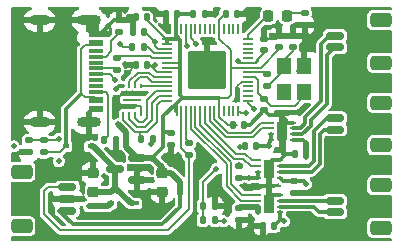
<source format=gbr>
%TF.GenerationSoftware,KiCad,Pcbnew,(6.0.5)*%
%TF.CreationDate,2022-10-09T22:16:16+01:00*%
%TF.ProjectId,PicoDrive,5069636f-4472-4697-9665-2e6b69636164,rev?*%
%TF.SameCoordinates,Original*%
%TF.FileFunction,Copper,L1,Top*%
%TF.FilePolarity,Positive*%
%FSLAX46Y46*%
G04 Gerber Fmt 4.6, Leading zero omitted, Abs format (unit mm)*
G04 Created by KiCad (PCBNEW (6.0.5)) date 2022-10-09 22:16:16*
%MOMM*%
%LPD*%
G01*
G04 APERTURE LIST*
G04 Aperture macros list*
%AMRoundRect*
0 Rectangle with rounded corners*
0 $1 Rounding radius*
0 $2 $3 $4 $5 $6 $7 $8 $9 X,Y pos of 4 corners*
0 Add a 4 corners polygon primitive as box body*
4,1,4,$2,$3,$4,$5,$6,$7,$8,$9,$2,$3,0*
0 Add four circle primitives for the rounded corners*
1,1,$1+$1,$2,$3*
1,1,$1+$1,$4,$5*
1,1,$1+$1,$6,$7*
1,1,$1+$1,$8,$9*
0 Add four rect primitives between the rounded corners*
20,1,$1+$1,$2,$3,$4,$5,0*
20,1,$1+$1,$4,$5,$6,$7,0*
20,1,$1+$1,$6,$7,$8,$9,0*
20,1,$1+$1,$8,$9,$2,$3,0*%
G04 Aperture macros list end*
%TA.AperFunction,SMDPad,CuDef*%
%ADD10RoundRect,0.150000X0.625000X-0.150000X0.625000X0.150000X-0.625000X0.150000X-0.625000X-0.150000X0*%
%TD*%
%TA.AperFunction,SMDPad,CuDef*%
%ADD11RoundRect,0.250000X0.650000X-0.350000X0.650000X0.350000X-0.650000X0.350000X-0.650000X-0.350000X0*%
%TD*%
%TA.AperFunction,SMDPad,CuDef*%
%ADD12RoundRect,0.250000X-0.650000X0.350000X-0.650000X-0.350000X0.650000X-0.350000X0.650000X0.350000X0*%
%TD*%
%TA.AperFunction,SMDPad,CuDef*%
%ADD13RoundRect,0.150000X-0.625000X0.150000X-0.625000X-0.150000X0.625000X-0.150000X0.625000X0.150000X0*%
%TD*%
%TA.AperFunction,SMDPad,CuDef*%
%ADD14R,0.600000X0.450000*%
%TD*%
%TA.AperFunction,SMDPad,CuDef*%
%ADD15RoundRect,0.135000X-0.135000X-0.185000X0.135000X-0.185000X0.135000X0.185000X-0.135000X0.185000X0*%
%TD*%
%TA.AperFunction,SMDPad,CuDef*%
%ADD16RoundRect,0.135000X0.135000X0.185000X-0.135000X0.185000X-0.135000X-0.185000X0.135000X-0.185000X0*%
%TD*%
%TA.AperFunction,SMDPad,CuDef*%
%ADD17RoundRect,0.135000X-0.185000X0.135000X-0.185000X-0.135000X0.185000X-0.135000X0.185000X0.135000X0*%
%TD*%
%TA.AperFunction,SMDPad,CuDef*%
%ADD18RoundRect,0.135000X0.185000X-0.135000X0.185000X0.135000X-0.185000X0.135000X-0.185000X-0.135000X0*%
%TD*%
%TA.AperFunction,SMDPad,CuDef*%
%ADD19R,0.250000X0.300000*%
%TD*%
%TA.AperFunction,SMDPad,CuDef*%
%ADD20R,1.600000X0.200000*%
%TD*%
%TA.AperFunction,SMDPad,CuDef*%
%ADD21RoundRect,0.218750X0.218750X0.256250X-0.218750X0.256250X-0.218750X-0.256250X0.218750X-0.256250X0*%
%TD*%
%TA.AperFunction,SMDPad,CuDef*%
%ADD22RoundRect,0.140000X0.140000X0.170000X-0.140000X0.170000X-0.140000X-0.170000X0.140000X-0.170000X0*%
%TD*%
%TA.AperFunction,SMDPad,CuDef*%
%ADD23RoundRect,0.140000X-0.170000X0.140000X-0.170000X-0.140000X0.170000X-0.140000X0.170000X0.140000X0*%
%TD*%
%TA.AperFunction,SMDPad,CuDef*%
%ADD24RoundRect,0.140000X0.170000X-0.140000X0.170000X0.140000X-0.170000X0.140000X-0.170000X-0.140000X0*%
%TD*%
%TA.AperFunction,SMDPad,CuDef*%
%ADD25RoundRect,0.140000X-0.140000X-0.170000X0.140000X-0.170000X0.140000X0.170000X-0.140000X0.170000X0*%
%TD*%
%TA.AperFunction,SMDPad,CuDef*%
%ADD26RoundRect,0.225000X-0.250000X0.225000X-0.250000X-0.225000X0.250000X-0.225000X0.250000X0.225000X0*%
%TD*%
%TA.AperFunction,SMDPad,CuDef*%
%ADD27RoundRect,0.225000X0.250000X-0.225000X0.250000X0.225000X-0.250000X0.225000X-0.250000X-0.225000X0*%
%TD*%
%TA.AperFunction,SMDPad,CuDef*%
%ADD28R,0.900000X1.600000*%
%TD*%
%TA.AperFunction,SMDPad,CuDef*%
%ADD29R,0.500000X0.250000*%
%TD*%
%TA.AperFunction,SMDPad,CuDef*%
%ADD30R,1.200000X1.400000*%
%TD*%
%TA.AperFunction,SMDPad,CuDef*%
%ADD31R,1.160000X0.600000*%
%TD*%
%TA.AperFunction,SMDPad,CuDef*%
%ADD32R,1.160000X0.300000*%
%TD*%
%TA.AperFunction,ComponentPad*%
%ADD33O,2.000000X0.900000*%
%TD*%
%TA.AperFunction,ComponentPad*%
%ADD34O,1.700000X0.900000*%
%TD*%
%TA.AperFunction,SMDPad,CuDef*%
%ADD35RoundRect,0.050000X0.050000X-0.387500X0.050000X0.387500X-0.050000X0.387500X-0.050000X-0.387500X0*%
%TD*%
%TA.AperFunction,SMDPad,CuDef*%
%ADD36RoundRect,0.050000X0.387500X-0.050000X0.387500X0.050000X-0.387500X0.050000X-0.387500X-0.050000X0*%
%TD*%
%TA.AperFunction,ComponentPad*%
%ADD37C,0.600000*%
%TD*%
%TA.AperFunction,SMDPad,CuDef*%
%ADD38RoundRect,0.144000X1.456000X-1.456000X1.456000X1.456000X-1.456000X1.456000X-1.456000X-1.456000X0*%
%TD*%
%TA.AperFunction,SMDPad,CuDef*%
%ADD39RoundRect,0.150000X0.587500X0.150000X-0.587500X0.150000X-0.587500X-0.150000X0.587500X-0.150000X0*%
%TD*%
%TA.AperFunction,ViaPad*%
%ADD40C,0.500000*%
%TD*%
%TA.AperFunction,Conductor*%
%ADD41C,0.200000*%
%TD*%
%TA.AperFunction,Conductor*%
%ADD42C,0.300000*%
%TD*%
%TA.AperFunction,Conductor*%
%ADD43C,0.500000*%
%TD*%
G04 APERTURE END LIST*
D10*
%TO.P,J1,1,Pin_1*%
%TO.N,/M1+*%
X170085000Y-55110000D03*
%TO.P,J1,2,Pin_2*%
%TO.N,/M1-*%
X170085000Y-54110000D03*
D11*
%TO.P,J1,MP*%
%TO.N,N/C*%
X173960000Y-56410000D03*
X173960000Y-52810000D03*
%TD*%
D10*
%TO.P,J2,1,Pin_1*%
%TO.N,/M2+*%
X170085000Y-62095000D03*
%TO.P,J2,2,Pin_2*%
%TO.N,/M2-*%
X170085000Y-61095000D03*
D11*
%TO.P,J2,MP*%
%TO.N,N/C*%
X173960000Y-63395000D03*
X173960000Y-59795000D03*
%TD*%
D10*
%TO.P,J3,1,Pin_1*%
%TO.N,/M3+*%
X170085000Y-69080000D03*
%TO.P,J3,2,Pin_2*%
%TO.N,/M3-*%
X170085000Y-68080000D03*
D11*
%TO.P,J3,MP*%
%TO.N,N/C*%
X173960000Y-70380000D03*
X173960000Y-66780000D03*
%TD*%
D12*
%TO.P,J4,MP*%
%TO.N,N/C*%
X143540000Y-65645000D03*
X143540000Y-70245000D03*
D13*
%TO.P,J4,3,Pin_3*%
%TO.N,+3V3*%
X147415000Y-68945000D03*
%TO.P,J4,2,Pin_2*%
%TO.N,GND*%
X147415000Y-67945000D03*
%TO.P,J4,1,Pin_1*%
%TO.N,/IBUS*%
X147415000Y-66945000D03*
%TD*%
D14*
%TO.P,D1,1,K*%
%TO.N,Net-(C1-Pad1)*%
X149386000Y-63500000D03*
%TO.P,D1,2,A*%
%TO.N,/VBUS*%
X147286000Y-63500000D03*
%TD*%
D15*
%TO.P,R11,2*%
%TO.N,GND*%
X159895000Y-68580000D03*
%TO.P,R11,1*%
%TO.N,Net-(R10-Pad2)*%
X158875000Y-68580000D03*
%TD*%
D16*
%TO.P,R10,1*%
%TO.N,+BATT*%
X159895000Y-69723000D03*
%TO.P,R10,2*%
%TO.N,Net-(R10-Pad2)*%
X158875000Y-69723000D03*
%TD*%
D17*
%TO.P,R9,2*%
%TO.N,GND*%
X144145000Y-64010000D03*
%TO.P,R9,1*%
%TO.N,Net-(R8-Pad2)*%
X144145000Y-62990000D03*
%TD*%
D18*
%TO.P,R8,1*%
%TO.N,/VBUS*%
X145415000Y-64010000D03*
%TO.P,R8,2*%
%TO.N,Net-(R8-Pad2)*%
X145415000Y-62990000D03*
%TD*%
D19*
%TO.P,U1,1,~{CS}*%
%TO.N,QSPI_SS*%
X152158000Y-60763000D03*
%TO.P,U1,2,DO(IO1)*%
%TO.N,QSPI_D1*%
X152658000Y-60763000D03*
%TO.P,U1,3,IO2*%
%TO.N,QSPI_D2*%
X153158000Y-60763000D03*
%TO.P,U1,4,GND*%
%TO.N,GND*%
X153658000Y-60763000D03*
%TO.P,U1,5,DI(IO0)*%
%TO.N,QSPI_D0*%
X153658000Y-58363000D03*
%TO.P,U1,6,CLK*%
%TO.N,QSPI_SCLK*%
X153158000Y-58363000D03*
%TO.P,U1,7,IO3*%
%TO.N,QSPI_D3*%
X152658000Y-58363000D03*
%TO.P,U1,8,VCC*%
%TO.N,+3V3*%
X152158000Y-58363000D03*
D20*
%TO.P,U1,FLAG*%
%TO.N,N/C*%
X152908000Y-59563000D03*
%TD*%
D17*
%TO.P,R12,1*%
%TO.N,Net-(D3-Pad1)*%
X167513000Y-52195000D03*
%TO.P,R12,2*%
%TO.N,GND*%
X167513000Y-53215000D03*
%TD*%
D18*
%TO.P,R7,1*%
%TO.N,/IBUS*%
X157734000Y-64226500D03*
%TO.P,R7,2*%
%TO.N,Net-(R7-Pad2)*%
X157734000Y-63206500D03*
%TD*%
D15*
%TO.P,R6,2*%
%TO.N,Net-(R6-Pad2)*%
X153926000Y-55118000D03*
%TO.P,R6,1*%
%TO.N,USB_DM*%
X152906000Y-55118000D03*
%TD*%
D18*
%TO.P,R5,2*%
%TO.N,Net-(R5-Pad2)*%
X151638000Y-56005000D03*
%TO.P,R5,1*%
%TO.N,USB_DP*%
X151638000Y-57025000D03*
%TD*%
D17*
%TO.P,R4,2*%
%TO.N,Net-(C6-Pad1)*%
X164338000Y-58422000D03*
%TO.P,R4,1*%
%TO.N,Net-(R4-Pad1)*%
X164338000Y-57402000D03*
%TD*%
D15*
%TO.P,R3,1*%
%TO.N,QSPI_SS*%
X153668000Y-62865000D03*
%TO.P,R3,2*%
%TO.N,Net-(JP1-Pad1)*%
X154688000Y-62865000D03*
%TD*%
D16*
%TO.P,R2,2*%
%TO.N,Net-(P1-PadB5)*%
X150493000Y-62992000D03*
%TO.P,R2,1*%
%TO.N,GND*%
X151513000Y-62992000D03*
%TD*%
D17*
%TO.P,R1,2*%
%TO.N,Net-(P1-PadA5)*%
X151765000Y-53850000D03*
%TO.P,R1,1*%
%TO.N,GND*%
X151765000Y-52830000D03*
%TD*%
D21*
%TO.P,D3,1,K*%
%TO.N,Net-(D3-Pad1)*%
X166014500Y-52451000D03*
%TO.P,D3,2,A*%
%TO.N,Net-(D3-Pad2)*%
X164439500Y-52451000D03*
%TD*%
D22*
%TO.P,C20,1*%
%TO.N,+BATT*%
X164917000Y-70231000D03*
%TO.P,C20,2*%
%TO.N,GND*%
X163957000Y-70231000D03*
%TD*%
D23*
%TO.P,C19,1*%
%TO.N,+BATT*%
X166624000Y-66449000D03*
%TO.P,C19,2*%
%TO.N,GND*%
X166624000Y-67409000D03*
%TD*%
D22*
%TO.P,C18,1*%
%TO.N,+BATT*%
X167612000Y-64135000D03*
%TO.P,C18,2*%
%TO.N,GND*%
X166652000Y-64135000D03*
%TD*%
D23*
%TO.P,C17,1*%
%TO.N,+3V3*%
X161925000Y-68735000D03*
%TO.P,C17,2*%
%TO.N,GND*%
X161925000Y-69695000D03*
%TD*%
D24*
%TO.P,C16,1*%
%TO.N,+3V3*%
X161925000Y-66139000D03*
%TO.P,C16,2*%
%TO.N,GND*%
X161925000Y-65179000D03*
%TD*%
D22*
%TO.P,C15,2*%
%TO.N,GND*%
X162461000Y-63500000D03*
%TO.P,C15,1*%
%TO.N,+3V3*%
X163421000Y-63500000D03*
%TD*%
%TO.P,C14,2*%
%TO.N,GND*%
X153190000Y-52578000D03*
%TO.P,C14,1*%
%TO.N,+3V3*%
X154150000Y-52578000D03*
%TD*%
D25*
%TO.P,C13,2*%
%TO.N,GND*%
X162405000Y-61671200D03*
%TO.P,C13,1*%
%TO.N,+3V3*%
X161445000Y-61671200D03*
%TD*%
%TO.P,C12,2*%
%TO.N,GND*%
X161770000Y-52324000D03*
%TO.P,C12,1*%
%TO.N,+3V3*%
X160810000Y-52324000D03*
%TD*%
D22*
%TO.P,C11,2*%
%TO.N,GND*%
X155730000Y-52324000D03*
%TO.P,C11,1*%
%TO.N,+3V3*%
X156690000Y-52324000D03*
%TD*%
D24*
%TO.P,C10,2*%
%TO.N,GND*%
X165354000Y-54130000D03*
%TO.P,C10,1*%
%TO.N,+3V3*%
X165354000Y-55090000D03*
%TD*%
D23*
%TO.P,C9,2*%
%TO.N,GND*%
X156210000Y-63345000D03*
%TO.P,C9,1*%
%TO.N,+3V3*%
X156210000Y-62385000D03*
%TD*%
D25*
%TO.P,C8,2*%
%TO.N,GND*%
X159035500Y-52324000D03*
%TO.P,C8,1*%
%TO.N,+3V3*%
X158075500Y-52324000D03*
%TD*%
D22*
%TO.P,C7,1*%
%TO.N,+1V1*%
X154150000Y-56642000D03*
%TO.P,C7,2*%
%TO.N,GND*%
X153190000Y-56642000D03*
%TD*%
D24*
%TO.P,C4,2*%
%TO.N,GND*%
X164084000Y-54384000D03*
%TO.P,C4,1*%
%TO.N,+1V1*%
X164084000Y-55344000D03*
%TD*%
D22*
%TO.P,C2,2*%
%TO.N,GND*%
X152936000Y-53848000D03*
%TO.P,C2,1*%
%TO.N,+1V1*%
X153896000Y-53848000D03*
%TD*%
D24*
%TO.P,C6,2*%
%TO.N,GND*%
X166497000Y-54130000D03*
%TO.P,C6,1*%
%TO.N,Net-(C6-Pad1)*%
X166497000Y-55090000D03*
%TD*%
D23*
%TO.P,C5,2*%
%TO.N,GND*%
X164084000Y-60424000D03*
%TO.P,C5,1*%
%TO.N,Net-(C5-Pad1)*%
X164084000Y-59464000D03*
%TD*%
D26*
%TO.P,C3,1*%
%TO.N,+3V3*%
X155448000Y-65773000D03*
%TO.P,C3,2*%
%TO.N,GND*%
X155448000Y-67323000D03*
%TD*%
D27*
%TO.P,C1,1*%
%TO.N,Net-(C1-Pad1)*%
X149606000Y-67323000D03*
%TO.P,C1,2*%
%TO.N,GND*%
X149606000Y-65773000D03*
%TD*%
D14*
%TO.P,D2,2,A*%
%TO.N,+BATT*%
X151096000Y-68326000D03*
%TO.P,D2,1,K*%
%TO.N,Net-(C1-Pad1)*%
X153196000Y-68326000D03*
%TD*%
D28*
%TO.P,U6,9,GND*%
%TO.N,GND*%
X164465000Y-68345000D03*
D29*
%TO.P,U6,8,VCC*%
%TO.N,+3V3*%
X163515000Y-69095000D03*
%TO.P,U6,7,~{SLEEP}*%
X163515000Y-68595000D03*
%TO.P,U6,6,IN1*%
%TO.N,/M3A*%
X163515000Y-68095000D03*
%TO.P,U6,5,IN2*%
%TO.N,/M3B*%
X163515000Y-67595000D03*
%TO.P,U6,4,GND*%
%TO.N,GND*%
X165415000Y-67595000D03*
%TO.P,U6,3,OUT2*%
%TO.N,/M3-*%
X165415000Y-68095000D03*
%TO.P,U6,2,OUT1*%
%TO.N,/M3+*%
X165415000Y-68595000D03*
%TO.P,U6,1,VM*%
%TO.N,+BATT*%
X165415000Y-69095000D03*
%TD*%
%TO.P,U4,1,VM*%
%TO.N,+BATT*%
X166558000Y-62980000D03*
%TO.P,U4,2,OUT1*%
%TO.N,/M1+*%
X166558000Y-62480000D03*
%TO.P,U4,3,OUT2*%
%TO.N,/M1-*%
X166558000Y-61980000D03*
%TO.P,U4,4,GND*%
%TO.N,GND*%
X166558000Y-61480000D03*
%TO.P,U4,5,IN2*%
%TO.N,/M1B*%
X164658000Y-61480000D03*
%TO.P,U4,6,IN1*%
%TO.N,/M1A*%
X164658000Y-61980000D03*
%TO.P,U4,7,~{SLEEP}*%
%TO.N,+3V3*%
X164658000Y-62480000D03*
%TO.P,U4,8,VCC*%
X164658000Y-62980000D03*
D28*
%TO.P,U4,9,GND*%
%TO.N,GND*%
X165608000Y-62230000D03*
%TD*%
D30*
%TO.P,Y1,4*%
%TO.N,N/C*%
X165774000Y-58885000D03*
%TO.P,Y1,3,3*%
%TO.N,Net-(C6-Pad1)*%
X165774000Y-56685000D03*
%TO.P,Y1,2,2*%
%TO.N,GND*%
X167474000Y-56685000D03*
%TO.P,Y1,1,1*%
%TO.N,Net-(C5-Pad1)*%
X167474000Y-58885000D03*
%TD*%
D28*
%TO.P,U5,9,GND*%
%TO.N,GND*%
X164465000Y-65405000D03*
D29*
%TO.P,U5,8,VCC*%
%TO.N,+3V3*%
X163515000Y-66155000D03*
%TO.P,U5,7,~{SLEEP}*%
X163515000Y-65655000D03*
%TO.P,U5,6,IN1*%
%TO.N,/M2A*%
X163515000Y-65155000D03*
%TO.P,U5,5,IN2*%
%TO.N,/M2B*%
X163515000Y-64655000D03*
%TO.P,U5,4,GND*%
%TO.N,GND*%
X165415000Y-64655000D03*
%TO.P,U5,3,OUT2*%
%TO.N,/M2-*%
X165415000Y-65155000D03*
%TO.P,U5,2,OUT1*%
%TO.N,/M2+*%
X165415000Y-65655000D03*
%TO.P,U5,1,VM*%
%TO.N,+BATT*%
X165415000Y-66155000D03*
%TD*%
D31*
%TO.P,P1,A1,GND*%
%TO.N,GND*%
X149830000Y-53950000D03*
%TO.P,P1,A4,VBUS*%
%TO.N,/VBUS*%
X149830000Y-54750000D03*
D32*
%TO.P,P1,A5,CC*%
%TO.N,Net-(P1-PadA5)*%
X149830000Y-55900000D03*
%TO.P,P1,A6,D+*%
%TO.N,USB_DP*%
X149830000Y-56900000D03*
%TO.P,P1,A7,D-*%
%TO.N,USB_DM*%
X149830000Y-57400000D03*
%TO.P,P1,A8*%
%TO.N,N/C*%
X149830000Y-58400000D03*
D31*
%TO.P,P1,A9,VBUS*%
%TO.N,/VBUS*%
X149830000Y-59550000D03*
%TO.P,P1,A12,GND*%
%TO.N,GND*%
X149830000Y-60350000D03*
%TO.P,P1,B1,GND*%
X149830000Y-60350000D03*
%TO.P,P1,B4,VBUS*%
%TO.N,/VBUS*%
X149830000Y-59550000D03*
D32*
%TO.P,P1,B5,VCONN*%
%TO.N,Net-(P1-PadB5)*%
X149830000Y-58900000D03*
%TO.P,P1,B6*%
%TO.N,N/C*%
X149830000Y-57900000D03*
%TO.P,P1,B7*%
X149830000Y-56400000D03*
%TO.P,P1,B8*%
X149830000Y-55400000D03*
D31*
%TO.P,P1,B9,VBUS*%
%TO.N,/VBUS*%
X149830000Y-54750000D03*
%TO.P,P1,B12,GND*%
%TO.N,GND*%
X149830000Y-53950000D03*
D33*
%TO.P,P1,S1,SHIELD*%
X149250000Y-52830000D03*
D34*
X145080000Y-52830000D03*
D33*
X149250000Y-61470000D03*
D34*
X145080000Y-61470000D03*
%TD*%
D35*
%TO.P,U3,1,IOVDD*%
%TO.N,+3V3*%
X156658000Y-60460500D03*
%TO.P,U3,2,GPIO0*%
%TO.N,/IBUS*%
X157058000Y-60460500D03*
%TO.P,U3,3,GPIO1*%
%TO.N,Net-(R7-Pad2)*%
X157458000Y-60460500D03*
%TO.P,U3,4,GPIO2*%
%TO.N,/M3A*%
X157858000Y-60460500D03*
%TO.P,U3,5,GPIO3*%
%TO.N,/M3B*%
X158258000Y-60460500D03*
%TO.P,U3,6,GPIO4*%
%TO.N,/M2A*%
X158658000Y-60460500D03*
%TO.P,U3,7,GPIO5*%
%TO.N,/M2B*%
X159058000Y-60460500D03*
%TO.P,U3,8,GPIO6*%
%TO.N,/M1A*%
X159458000Y-60460500D03*
%TO.P,U3,9,GPIO7*%
%TO.N,/M1B*%
X159858000Y-60460500D03*
%TO.P,U3,10,IOVDD*%
%TO.N,+3V3*%
X160258000Y-60460500D03*
%TO.P,U3,11,GPIO8*%
%TO.N,unconnected-(U3-Pad11)*%
X160658000Y-60460500D03*
%TO.P,U3,12,GPIO9*%
%TO.N,unconnected-(U3-Pad12)*%
X161058000Y-60460500D03*
%TO.P,U3,13,GPIO10*%
%TO.N,unconnected-(U3-Pad13)*%
X161458000Y-60460500D03*
%TO.P,U3,14,GPIO11*%
%TO.N,/IO_2*%
X161858000Y-60460500D03*
D36*
%TO.P,U3,15,GPIO12*%
%TO.N,/IO_1*%
X162695500Y-59623000D03*
%TO.P,U3,16,GPIO13*%
%TO.N,unconnected-(U3-Pad16)*%
X162695500Y-59223000D03*
%TO.P,U3,17,GPIO14*%
%TO.N,unconnected-(U3-Pad17)*%
X162695500Y-58823000D03*
%TO.P,U3,18,GPIO15*%
%TO.N,unconnected-(U3-Pad18)*%
X162695500Y-58423000D03*
%TO.P,U3,19,TESTEN*%
%TO.N,GND*%
X162695500Y-58023000D03*
%TO.P,U3,20,XIN*%
%TO.N,Net-(C5-Pad1)*%
X162695500Y-57623000D03*
%TO.P,U3,21,XOUT*%
%TO.N,Net-(R4-Pad1)*%
X162695500Y-57223000D03*
%TO.P,U3,22,IOVDD*%
%TO.N,+3V3*%
X162695500Y-56823000D03*
%TO.P,U3,23,DVDD*%
%TO.N,+1V1*%
X162695500Y-56423000D03*
%TO.P,U3,24,SWCLK*%
%TO.N,unconnected-(U3-Pad24)*%
X162695500Y-56023000D03*
%TO.P,U3,25,SWD*%
%TO.N,unconnected-(U3-Pad25)*%
X162695500Y-55623000D03*
%TO.P,U3,26,RUN*%
%TO.N,unconnected-(U3-Pad26)*%
X162695500Y-55223000D03*
%TO.P,U3,27,GPIO16*%
%TO.N,unconnected-(U3-Pad27)*%
X162695500Y-54823000D03*
%TO.P,U3,28,GPIO17*%
%TO.N,Net-(D3-Pad2)*%
X162695500Y-54423000D03*
D35*
%TO.P,U3,29,GPIO18*%
%TO.N,unconnected-(U3-Pad29)*%
X161858000Y-53585500D03*
%TO.P,U3,30,GPIO19*%
%TO.N,unconnected-(U3-Pad30)*%
X161458000Y-53585500D03*
%TO.P,U3,31,GPIO20*%
%TO.N,unconnected-(U3-Pad31)*%
X161058000Y-53585500D03*
%TO.P,U3,32,GPIO21*%
%TO.N,unconnected-(U3-Pad32)*%
X160658000Y-53585500D03*
%TO.P,U3,33,IOVDD*%
%TO.N,+3V3*%
X160258000Y-53585500D03*
%TO.P,U3,34,GPIO22*%
%TO.N,unconnected-(U3-Pad34)*%
X159858000Y-53585500D03*
%TO.P,U3,35,GPIO23*%
%TO.N,unconnected-(U3-Pad35)*%
X159458000Y-53585500D03*
%TO.P,U3,36,GPIO24*%
%TO.N,unconnected-(U3-Pad36)*%
X159058000Y-53585500D03*
%TO.P,U3,37,GPIO25*%
%TO.N,unconnected-(U3-Pad37)*%
X158658000Y-53585500D03*
%TO.P,U3,38,GPIO26_ADC0*%
%TO.N,unconnected-(U3-Pad38)*%
X158258000Y-53585500D03*
%TO.P,U3,39,GPIO27_ADC1*%
%TO.N,Net-(R10-Pad2)*%
X157858000Y-53585500D03*
%TO.P,U3,40,GPIO28_ADC2*%
%TO.N,Net-(R8-Pad2)*%
X157458000Y-53585500D03*
%TO.P,U3,41,GPIO29_ADC3*%
%TO.N,unconnected-(U3-Pad41)*%
X157058000Y-53585500D03*
%TO.P,U3,42,IOVDD*%
%TO.N,+3V3*%
X156658000Y-53585500D03*
D36*
%TO.P,U3,43,ADC_AVDD*%
X155820500Y-54423000D03*
%TO.P,U3,44,VREG_IN*%
X155820500Y-54823000D03*
%TO.P,U3,45,VREG_VOUT*%
%TO.N,+1V1*%
X155820500Y-55223000D03*
%TO.P,U3,46,USB_DM*%
%TO.N,Net-(R6-Pad2)*%
X155820500Y-55623000D03*
%TO.P,U3,47,USB_DP*%
%TO.N,Net-(R5-Pad2)*%
X155820500Y-56023000D03*
%TO.P,U3,48,USB_VDD*%
%TO.N,+3V3*%
X155820500Y-56423000D03*
%TO.P,U3,49,IOVDD*%
X155820500Y-56823000D03*
%TO.P,U3,50,DVDD*%
%TO.N,+1V1*%
X155820500Y-57223000D03*
%TO.P,U3,51,QSPI_SD3*%
%TO.N,QSPI_D3*%
X155820500Y-57623000D03*
%TO.P,U3,52,QSPI_SCLK*%
%TO.N,QSPI_SCLK*%
X155820500Y-58023000D03*
%TO.P,U3,53,QSPI_SD0*%
%TO.N,QSPI_D0*%
X155820500Y-58423000D03*
%TO.P,U3,54,QSPI_SD2*%
%TO.N,QSPI_D2*%
X155820500Y-58823000D03*
%TO.P,U3,55,QSPI_SD1*%
%TO.N,QSPI_D1*%
X155820500Y-59223000D03*
%TO.P,U3,56,QSPI_SS*%
%TO.N,QSPI_SS*%
X155820500Y-59623000D03*
D37*
%TO.P,U3,57,GND*%
%TO.N,GND*%
X160533000Y-58298000D03*
X159258000Y-55748000D03*
X157983000Y-58298000D03*
X157983000Y-57023000D03*
D38*
X159258000Y-57023000D03*
D37*
X157983000Y-55748000D03*
X159258000Y-58298000D03*
X160533000Y-55748000D03*
X159258000Y-57023000D03*
X160533000Y-57023000D03*
%TD*%
D39*
%TO.P,U2,3,VI*%
%TO.N,Net-(C1-Pad1)*%
X151462500Y-65405000D03*
%TO.P,U2,2,VO*%
%TO.N,+3V3*%
X153337500Y-64455000D03*
%TO.P,U2,1,GND*%
%TO.N,GND*%
X153337500Y-66355000D03*
%TD*%
D40*
%TO.N,GND*%
X142875000Y-68580000D03*
%TO.N,*%
X146685000Y-64770000D03*
X142875000Y-63500000D03*
%TO.N,GND*%
X161163000Y-67945000D03*
X160909000Y-70866000D03*
X162560000Y-66929000D03*
X167513000Y-60198000D03*
X165481000Y-60833000D03*
X161926757Y-65084019D03*
X165735000Y-64135000D03*
%TO.N,+BATT*%
X165735000Y-69850000D03*
X167640000Y-66675000D03*
%TO.N,+3V3*%
X164465000Y-63500000D03*
%TO.N,GND*%
X168910000Y-66040000D03*
%TO.N,+3V3*%
X162851489Y-68669511D03*
X162814000Y-66167000D03*
%TO.N,GND*%
X146050000Y-67691000D03*
%TO.N,+3V3*%
X151736108Y-61619111D03*
%TO.N,Net-(R10-Pad2)*%
X158305500Y-54800500D03*
%TO.N,Net-(R8-Pad2)*%
X157571500Y-54991000D03*
%TO.N,/IO_1*%
X163195000Y-60325000D03*
%TO.N,/IO_2*%
X162560000Y-60706000D03*
%TO.N,GND*%
X167005000Y-57150000D03*
%TO.N,+1V1*%
X161839500Y-56261000D03*
%TO.N,Net-(R10-Pad2)*%
X160020000Y-65405000D03*
%TO.N,+BATT*%
X160655000Y-69850000D03*
%TO.N,Net-(R8-Pad2)*%
X146685000Y-62865000D03*
%TO.N,GND*%
X154178000Y-67437000D03*
X149098000Y-69342000D03*
X154559000Y-69342000D03*
X155956000Y-64262000D03*
X157099000Y-65151000D03*
%TO.N,+3V3*%
X151511000Y-58674000D03*
%TO.N,GND*%
X151638000Y-60071000D03*
X161996056Y-63571056D03*
X170180000Y-71120000D03*
X167640000Y-53975000D03*
X165100000Y-53340000D03*
X162560000Y-52070000D03*
X163195000Y-52705000D03*
X160020000Y-52070000D03*
X155575000Y-53340000D03*
X154940000Y-52070000D03*
X150495000Y-52070000D03*
X151765000Y-64135000D03*
X153670000Y-65405000D03*
X150495000Y-66040000D03*
X147955000Y-66040000D03*
X146050000Y-71120000D03*
X156845000Y-71120000D03*
X158750000Y-64770000D03*
X160020000Y-67310000D03*
X164465000Y-71120000D03*
X167640000Y-71120000D03*
X152273000Y-52070000D03*
X150876000Y-53340000D03*
X152527000Y-57277000D03*
X161747212Y-59486808D03*
%TO.N,Net-(JP1-Pad1)*%
X154477500Y-63306214D03*
%TO.N,+1V1*%
X154813000Y-56642000D03*
X154813000Y-54677500D03*
%TO.N,+3V3*%
X156972000Y-67564000D03*
%TO.N,+BATT*%
X149225000Y-68580000D03*
X149860000Y-68580000D03*
X167640000Y-63246000D03*
%TO.N,USB_DM*%
X151481669Y-57869466D03*
X151892000Y-54864000D03*
%TD*%
D41*
%TO.N,Net-(C6-Pad1)*%
X166497000Y-55439500D02*
X165774000Y-56162500D01*
X165774000Y-56162500D02*
X165774000Y-56685000D01*
X166497000Y-55090000D02*
X166497000Y-55439500D01*
D42*
%TO.N,GND*%
X164465000Y-67970978D02*
X164465000Y-68345000D01*
X164840978Y-67595000D02*
X164465000Y-67970978D01*
X165415000Y-67595000D02*
X164840978Y-67595000D01*
D43*
%TO.N,+BATT*%
X150842000Y-68580000D02*
X151096000Y-68326000D01*
X149225000Y-68580000D02*
X150842000Y-68580000D01*
%TO.N,Net-(C1-Pad1)*%
X151147000Y-67323000D02*
X149606000Y-67323000D01*
D42*
%TO.N,GND*%
X164465000Y-65405000D02*
X164465000Y-68345000D01*
X164465000Y-64897000D02*
X164707000Y-64655000D01*
X164465000Y-65405000D02*
X164465000Y-64897000D01*
X164707000Y-64655000D02*
X165415000Y-64655000D01*
X166128000Y-61480000D02*
X165481000Y-60833000D01*
X166558000Y-61480000D02*
X166128000Y-61480000D01*
X165608000Y-62230000D02*
X165608000Y-60960000D01*
X165608000Y-60960000D02*
X165481000Y-60833000D01*
X164493000Y-60833000D02*
X164084000Y-60424000D01*
X165481000Y-60833000D02*
X164493000Y-60833000D01*
D41*
%TO.N,Net-(C5-Pad1)*%
X166669000Y-60071000D02*
X167474000Y-59266000D01*
X164691000Y-60071000D02*
X166669000Y-60071000D01*
X164084000Y-59464000D02*
X164691000Y-60071000D01*
D42*
%TO.N,GND*%
X162405000Y-61671200D02*
X162836800Y-61671200D01*
X162836800Y-61671200D02*
X164084000Y-60424000D01*
X165735000Y-64135000D02*
X165735000Y-62357000D01*
X165735000Y-62357000D02*
X165608000Y-62230000D01*
X165735000Y-64335000D02*
X165415000Y-64655000D01*
X165735000Y-64135000D02*
X165735000Y-64335000D01*
X166652000Y-64135000D02*
X165735000Y-64135000D01*
%TO.N,+BATT*%
X165618000Y-69733000D02*
X165735000Y-69850000D01*
X165415000Y-69733000D02*
X165618000Y-69733000D01*
X167414000Y-66449000D02*
X167640000Y-66675000D01*
X166624000Y-66449000D02*
X167414000Y-66449000D01*
%TO.N,+3V3*%
X163421000Y-63500000D02*
X164465000Y-63500000D01*
X164465000Y-63173000D02*
X164658000Y-62980000D01*
X164465000Y-63500000D02*
X164465000Y-63173000D01*
X164658000Y-62480000D02*
X164658000Y-62980000D01*
%TO.N,+BATT*%
X167374000Y-62980000D02*
X167640000Y-63246000D01*
X166558000Y-62980000D02*
X167374000Y-62980000D01*
%TO.N,/M1-*%
X169603573Y-54110000D02*
X170085000Y-54110000D01*
X167568573Y-61031427D02*
X168910000Y-59690000D01*
X167161656Y-61930489D02*
X167568573Y-61523572D01*
X168910000Y-59690000D02*
X168910000Y-54803573D01*
X168910000Y-54803573D02*
X169603573Y-54110000D01*
X167568573Y-61523572D02*
X167568573Y-61031427D01*
X167108000Y-61980000D02*
X167157511Y-61930489D01*
X166558000Y-61980000D02*
X167108000Y-61980000D01*
X167157511Y-61930489D02*
X167161656Y-61930489D01*
%TO.N,/M1+*%
X169409520Y-59055001D02*
X169409520Y-55785480D01*
X169409519Y-59896909D02*
X169409520Y-59055001D01*
X168068093Y-61730479D02*
X168068092Y-61238336D01*
X167318573Y-62480000D02*
X168068093Y-61730479D01*
X168068092Y-61238336D02*
X169409519Y-59896909D01*
X169409520Y-55785480D02*
X170085000Y-55110000D01*
X166558000Y-62480000D02*
X167318573Y-62480000D01*
%TO.N,/M2+*%
X169116428Y-62095000D02*
X170085000Y-62095000D01*
X168774520Y-62436908D02*
X169116428Y-62095000D01*
X168774520Y-64976907D02*
X168774520Y-62436908D01*
X168096427Y-65655000D02*
X168774520Y-64976907D01*
X165415000Y-65655000D02*
X168096427Y-65655000D01*
%TO.N,/M3+*%
X165415000Y-68595000D02*
X168260000Y-68595000D01*
X168260000Y-68595000D02*
X168745000Y-69080000D01*
X168745000Y-69080000D02*
X170085000Y-69080000D01*
%TO.N,/M3-*%
X170070000Y-68095000D02*
X165415000Y-68095000D01*
D41*
X170085000Y-68080000D02*
X170070000Y-68095000D01*
D42*
%TO.N,/M2-*%
X169410000Y-61095000D02*
X170085000Y-61095000D01*
X168275000Y-64770000D02*
X168275000Y-62230000D01*
X167890000Y-65155000D02*
X168275000Y-64770000D01*
X168275000Y-62230000D02*
X169410000Y-61095000D01*
X165415000Y-65155000D02*
X167890000Y-65155000D01*
D41*
%TO.N,Net-(C5-Pad1)*%
X163576000Y-58956000D02*
X164084000Y-59464000D01*
X163576000Y-57912000D02*
X163576000Y-58956000D01*
D43*
%TO.N,+BATT*%
X167640000Y-63246000D02*
X167640000Y-64361000D01*
D41*
%TO.N,/M1A*%
X160855527Y-62731039D02*
X160695244Y-62570756D01*
X163131967Y-62731039D02*
X160855527Y-62731039D01*
X164658000Y-61980000D02*
X163883006Y-61980000D01*
X163883006Y-61980000D02*
X163131967Y-62731039D01*
X160695244Y-62570756D02*
X159458481Y-61333993D01*
%TO.N,/M1B*%
X161021014Y-62331520D02*
X159858000Y-61168506D01*
X159858000Y-61168506D02*
X159858000Y-60460500D01*
X163818000Y-61480000D02*
X162966480Y-62331520D01*
X162966480Y-62331520D02*
X161021014Y-62331520D01*
X164658000Y-61480000D02*
X163818000Y-61480000D01*
%TO.N,/IO_2*%
X162103500Y-60706000D02*
X161858000Y-60460500D01*
X162560000Y-60706000D02*
X162103500Y-60706000D01*
D42*
%TO.N,+BATT*%
X165709000Y-66449000D02*
X165415000Y-66155000D01*
X166624000Y-66449000D02*
X165709000Y-66449000D01*
X165415000Y-69733000D02*
X164917000Y-70231000D01*
X165415000Y-69095000D02*
X165415000Y-69733000D01*
D43*
%TO.N,+3V3*%
X162851489Y-68669511D02*
X163515000Y-68669511D01*
X163515000Y-69095000D02*
X163515000Y-68669511D01*
X161990489Y-68669511D02*
X162851489Y-68669511D01*
X161925000Y-68735000D02*
X161990489Y-68669511D01*
D41*
%TO.N,/M3A*%
X160890481Y-65026017D02*
X160890481Y-66840487D01*
X160890481Y-66840487D02*
X162144994Y-68095000D01*
X157858000Y-60460500D02*
X157858000Y-61993536D01*
X157858000Y-61993536D02*
X160890481Y-65026017D01*
X162144994Y-68095000D02*
X163515000Y-68095000D01*
%TO.N,/M3B*%
X161290000Y-64860530D02*
X158258000Y-61828530D01*
X158258000Y-61828530D02*
X158258000Y-60460500D01*
X161290000Y-66675000D02*
X161290000Y-64860530D01*
X162210000Y-67595000D02*
X161290000Y-66675000D01*
X163515000Y-67595000D02*
X162210000Y-67595000D01*
D42*
%TO.N,+3V3*%
X161925000Y-66139000D02*
X162786000Y-66139000D01*
X162826000Y-66155000D02*
X163515000Y-66155000D01*
X162814000Y-66167000D02*
X162826000Y-66155000D01*
X162786000Y-66139000D02*
X162814000Y-66167000D01*
X163515000Y-65655000D02*
X163515000Y-66155000D01*
D43*
%TO.N,+BATT*%
X149860000Y-68580000D02*
X149225000Y-68580000D01*
D41*
%TO.N,/M2B*%
X159058000Y-61498518D02*
X159058000Y-60460500D01*
X161694482Y-64135000D02*
X159058000Y-61498518D01*
X162490006Y-64135000D02*
X161694482Y-64135000D01*
X163010006Y-64655000D02*
X162490006Y-64135000D01*
X163515000Y-64655000D02*
X163010006Y-64655000D01*
%TO.N,/M2A*%
X162945000Y-65155000D02*
X163515000Y-65155000D01*
X162324519Y-64534519D02*
X162945000Y-65155000D01*
X161528995Y-64534519D02*
X162324519Y-64534519D01*
X158658000Y-61663524D02*
X161528995Y-64534519D01*
X158658000Y-60460500D02*
X158658000Y-61663524D01*
%TO.N,Net-(D3-Pad1)*%
X166270500Y-52195000D02*
X166014500Y-52451000D01*
X167513000Y-52195000D02*
X166270500Y-52195000D01*
%TO.N,+3V3*%
X156658000Y-54188006D02*
X156658000Y-53585500D01*
D42*
X156892994Y-54423000D02*
X156658000Y-54188006D01*
X156972000Y-54502006D02*
X156892994Y-54423000D01*
X156972000Y-54864000D02*
X156972000Y-54502006D01*
D43*
X152400000Y-62286172D02*
X151734523Y-61620695D01*
D41*
%TO.N,Net-(JP1-Pad1)*%
X154688000Y-63095714D02*
X154688000Y-62865000D01*
X154477500Y-63306214D02*
X154688000Y-63095714D01*
%TO.N,+1V1*%
X163414480Y-56422520D02*
X163619225Y-56217775D01*
X162001020Y-56422520D02*
X163414480Y-56422520D01*
X161839500Y-56261000D02*
X162001020Y-56422520D01*
%TO.N,Net-(R10-Pad2)*%
X157858000Y-53585500D02*
X157858000Y-54353000D01*
X157858000Y-54353000D02*
X158305500Y-54800500D01*
%TO.N,Net-(R8-Pad2)*%
X157458000Y-54877500D02*
X157458000Y-53585500D01*
X157571500Y-54991000D02*
X157458000Y-54877500D01*
%TO.N,+3V3*%
X161344000Y-56823000D02*
X161290000Y-56769000D01*
X162695500Y-56823000D02*
X161344000Y-56823000D01*
X161290000Y-56769000D02*
X161290000Y-55372000D01*
X161290000Y-57150000D02*
X161290000Y-56769000D01*
X160290000Y-54372000D02*
X160258000Y-54372000D01*
X161290000Y-55372000D02*
X160290000Y-54372000D01*
X160258000Y-53585500D02*
X160258000Y-54372000D01*
%TO.N,+1V1*%
X163576000Y-56134000D02*
X163287000Y-56423000D01*
X163227295Y-56423000D02*
X162695500Y-56423000D01*
%TO.N,/IO_1*%
X162695500Y-59825500D02*
X163195000Y-60325000D01*
X162695500Y-59623000D02*
X162695500Y-59825500D01*
%TO.N,Net-(R8-Pad2)*%
X146560000Y-62990000D02*
X145415000Y-62990000D01*
X146685000Y-62865000D02*
X146560000Y-62990000D01*
%TO.N,USB_DM*%
X151481669Y-57869466D02*
X151012203Y-57400000D01*
X151012203Y-57400000D02*
X149830000Y-57400000D01*
%TO.N,Net-(R10-Pad2)*%
X158875000Y-66550000D02*
X160020000Y-65405000D01*
X158875000Y-68580000D02*
X158875000Y-66550000D01*
X158875000Y-69723000D02*
X158875000Y-68580000D01*
%TO.N,+BATT*%
X160022000Y-69850000D02*
X159895000Y-69723000D01*
X160655000Y-69850000D02*
X160022000Y-69850000D01*
%TO.N,Net-(R8-Pad2)*%
X144145000Y-62990000D02*
X145415000Y-62990000D01*
%TO.N,/VBUS*%
X146776000Y-64010000D02*
X147286000Y-63500000D01*
X145415000Y-64010000D02*
X146776000Y-64010000D01*
D42*
%TO.N,+3V3*%
X151683489Y-58501511D02*
X151511000Y-58674000D01*
D41*
%TO.N,GND*%
X153543000Y-60071000D02*
X151638000Y-60071000D01*
X153670000Y-60198000D02*
X153543000Y-60071000D01*
X164084000Y-54384000D02*
X165100000Y-54384000D01*
X165100000Y-54384000D02*
X165354000Y-54130000D01*
X165354000Y-53594000D02*
X165100000Y-53340000D01*
X165354000Y-54130000D02*
X165354000Y-53594000D01*
X159766000Y-52324000D02*
X160020000Y-52070000D01*
D42*
X151386000Y-52830000D02*
X150876000Y-53340000D01*
X151765000Y-52830000D02*
X151386000Y-52830000D01*
X150266000Y-53950000D02*
X150876000Y-53340000D01*
X149830000Y-53950000D02*
X150266000Y-53950000D01*
D41*
X153162000Y-56642000D02*
X152527000Y-57277000D01*
X153190000Y-56642000D02*
X153162000Y-56642000D01*
X161798000Y-59436020D02*
X161747212Y-59486808D01*
X161798000Y-58388705D02*
X161798000Y-59436020D01*
X162163705Y-58023000D02*
X161798000Y-58388705D01*
X162695500Y-58023000D02*
X162163705Y-58023000D01*
D43*
%TO.N,Net-(C1-Pad1)*%
X149557500Y-63500000D02*
X150065500Y-64008000D01*
X149386000Y-63500000D02*
X149557500Y-63500000D01*
D42*
%TO.N,/VBUS*%
X147286000Y-60359000D02*
X147286000Y-63500000D01*
X147286000Y-60359000D02*
X148590000Y-59055000D01*
D41*
%TO.N,+1V1*%
X154813000Y-56642000D02*
X154622500Y-56832500D01*
X154622500Y-56832500D02*
X154432000Y-56642000D01*
X154940000Y-57150000D02*
X154622500Y-56832500D01*
X163830000Y-55880000D02*
X163576000Y-56134000D01*
D43*
%TO.N,Net-(C1-Pad1)*%
X151462500Y-67007500D02*
X151147000Y-67323000D01*
X151462500Y-67007500D02*
X151462500Y-65405000D01*
X152942000Y-68326000D02*
X152781000Y-68326000D01*
X152781000Y-68326000D02*
X151462500Y-67007500D01*
X150065500Y-64008000D02*
X151462500Y-65405000D01*
%TO.N,+3V3*%
X156972000Y-66548000D02*
X156972000Y-67564000D01*
X156972000Y-66548000D02*
X156197000Y-65773000D01*
X155448000Y-65773000D02*
X156197000Y-65773000D01*
X155448000Y-65773000D02*
X155448000Y-65283000D01*
X154620000Y-64455000D02*
X155448000Y-65283000D01*
X153337500Y-64455000D02*
X154620000Y-64455000D01*
X152400000Y-63517500D02*
X153337500Y-64455000D01*
X152400000Y-62286172D02*
X152400000Y-63517500D01*
D42*
X155550480Y-63524520D02*
X154620000Y-64455000D01*
D41*
%TO.N,Net-(P1-PadB5)*%
X150876000Y-62609000D02*
X150493000Y-62992000D01*
X150876000Y-59116978D02*
X150876000Y-62609000D01*
D43*
%TO.N,GND*%
X152938000Y-52830000D02*
X153190000Y-52578000D01*
X151765000Y-52830000D02*
X152938000Y-52830000D01*
X152936000Y-52832000D02*
X153190000Y-52578000D01*
X152936000Y-53848000D02*
X152936000Y-52832000D01*
D41*
%TO.N,/IBUS*%
X145780000Y-66945000D02*
X146740000Y-66945000D01*
X146812000Y-70612000D02*
X145415000Y-69215000D01*
X155956000Y-70612000D02*
X146812000Y-70612000D01*
X157734000Y-68834000D02*
X155956000Y-70612000D01*
X157734000Y-64314000D02*
X157734000Y-68834000D01*
X145415000Y-67310000D02*
X145780000Y-66945000D01*
X157058000Y-63638000D02*
X157734000Y-64314000D01*
X145415000Y-69215000D02*
X145415000Y-67310000D01*
X157058000Y-60460500D02*
X157058000Y-63638000D01*
D42*
%TO.N,+3V3*%
X156972000Y-68580000D02*
X156956574Y-68595426D01*
X156972000Y-68072000D02*
X156972000Y-68580000D01*
X155448000Y-70104000D02*
X154940000Y-70104000D01*
X156956574Y-68595426D02*
X155448000Y-70104000D01*
X156972000Y-68072000D02*
X156972000Y-67564000D01*
X147899000Y-70104000D02*
X154940000Y-70104000D01*
X146740000Y-68945000D02*
X147899000Y-70104000D01*
D43*
X155273000Y-65598000D02*
X155448000Y-65773000D01*
D42*
X155550480Y-63524520D02*
X155550480Y-62205480D01*
D41*
%TO.N,/VBUS*%
X148590000Y-55626000D02*
X148590000Y-59055000D01*
X148590000Y-55626000D02*
X148590000Y-55245000D01*
X149629511Y-59349511D02*
X148884511Y-59349511D01*
X148884511Y-59349511D02*
X148590000Y-59055000D01*
%TO.N,Net-(P1-PadB5)*%
X150659022Y-58900000D02*
X150876000Y-59116978D01*
X149830000Y-58900000D02*
X150659022Y-58900000D01*
X150340000Y-58900000D02*
X150390489Y-58950489D01*
X149830000Y-58900000D02*
X150340000Y-58900000D01*
D42*
%TO.N,+3V3*%
X151822000Y-58363000D02*
X151683489Y-58501511D01*
X152158000Y-58363000D02*
X151822000Y-58363000D01*
D41*
%TO.N,Net-(P1-PadA5)*%
X151130000Y-55429022D02*
X151130000Y-54572500D01*
X151130000Y-54572500D02*
X151765000Y-53937500D01*
X150659022Y-55900000D02*
X151130000Y-55429022D01*
X149830000Y-55900000D02*
X150659022Y-55900000D01*
%TO.N,+1V1*%
X154813000Y-54677500D02*
X153983500Y-53848000D01*
X154813000Y-54991000D02*
X154813000Y-54677500D01*
X154432000Y-56642000D02*
X153983500Y-56642000D01*
X154940000Y-57150000D02*
X155013000Y-57223000D01*
X155013000Y-57223000D02*
X155820500Y-57223000D01*
%TO.N,/VBUS*%
X148884511Y-54950489D02*
X149629511Y-54950489D01*
X148590000Y-55245000D02*
X148884511Y-54950489D01*
X149629511Y-54950489D02*
X149830000Y-54750000D01*
X149830000Y-59550000D02*
X149629511Y-59349511D01*
D42*
%TO.N,+3V3*%
X156972000Y-59182000D02*
X156972000Y-56896000D01*
X156972000Y-56896000D02*
X156972000Y-56388000D01*
X156608480Y-59907514D02*
X156608480Y-60460500D01*
D41*
X160258000Y-52788500D02*
X160722500Y-52324000D01*
X160258000Y-59452000D02*
X160274000Y-59436000D01*
X160258000Y-53585500D02*
X160258000Y-52788500D01*
X156899000Y-56823000D02*
X156972000Y-56896000D01*
X155820500Y-56423000D02*
X156937000Y-56423000D01*
D42*
X156972000Y-56388000D02*
X156972000Y-54864000D01*
D41*
X161036000Y-59436000D02*
X161290000Y-59182000D01*
D42*
X155550480Y-62205480D02*
X155642500Y-62297500D01*
D41*
X160258000Y-61003500D02*
X160976500Y-61722000D01*
X154237500Y-52891500D02*
X155769000Y-54423000D01*
X162695500Y-56823000D02*
X163822141Y-56823000D01*
D42*
%TO.N,GND*%
X165420000Y-62480000D02*
X165420000Y-62980000D01*
%TO.N,+3V3*%
X160274000Y-59436000D02*
X157226000Y-59436000D01*
D41*
X156658000Y-52443500D02*
X156777500Y-52324000D01*
D42*
X156608480Y-52493020D02*
X156777500Y-52324000D01*
D41*
X160258000Y-60460500D02*
X160258000Y-59452000D01*
D42*
X157988000Y-52324000D02*
X156777500Y-52324000D01*
D41*
X165354000Y-55291141D02*
X165354000Y-55177500D01*
X160258000Y-60460500D02*
X160258000Y-61003500D01*
D42*
X155550480Y-62205480D02*
X155550480Y-60965514D01*
X156608480Y-54138486D02*
X156608480Y-52493020D01*
X155820500Y-54423000D02*
X156892994Y-54423000D01*
D41*
X154237500Y-52578000D02*
X154237500Y-52891500D01*
D42*
X157099000Y-59416994D02*
X156608480Y-59907514D01*
D41*
X163822141Y-56823000D02*
X165354000Y-55291141D01*
X161290000Y-59182000D02*
X161290000Y-57150000D01*
X155769000Y-54423000D02*
X155820500Y-54423000D01*
X161738500Y-61722000D02*
X160976500Y-61722000D01*
X155820500Y-56823000D02*
X156899000Y-56823000D01*
D42*
X155820500Y-54423000D02*
X155820500Y-54773480D01*
D41*
X160274000Y-59436000D02*
X161036000Y-59436000D01*
D42*
X157099000Y-59309000D02*
X156972000Y-59182000D01*
X155550480Y-60965514D02*
X156608480Y-59907514D01*
D41*
X156937000Y-56423000D02*
X156972000Y-56388000D01*
D42*
X155642500Y-62297500D02*
X156210000Y-62297500D01*
X157099000Y-59309000D02*
X157099000Y-59416994D01*
X157226000Y-59436000D02*
X157099000Y-59309000D01*
D41*
%TO.N,GND*%
X153658000Y-60210000D02*
X153670000Y-60198000D01*
D42*
X165100000Y-54296500D02*
X165354000Y-54042500D01*
D41*
X159123000Y-52324000D02*
X159766000Y-52324000D01*
X153658000Y-60763000D02*
X153658000Y-60210000D01*
%TO.N,QSPI_SS*%
X152158000Y-61267034D02*
X152379483Y-61488517D01*
X155820500Y-59623000D02*
X155318006Y-59623000D01*
X152379483Y-61488517D02*
X153158005Y-62267039D01*
X153886960Y-62267040D02*
X153632960Y-62267040D01*
X155318006Y-59623000D02*
X154977039Y-59963967D01*
X154157994Y-62267040D02*
X153886960Y-62267040D01*
X154977040Y-61447994D02*
X154157994Y-62267040D01*
X153580500Y-62319500D02*
X153580500Y-62865000D01*
X153632960Y-62267040D02*
X153158005Y-62267039D01*
X154977039Y-59963967D02*
X154977040Y-61447994D01*
X152158000Y-60763000D02*
X152158000Y-61267034D01*
X153632960Y-62267040D02*
X153580500Y-62319500D01*
%TO.N,QSPI_D1*%
X152658000Y-60763000D02*
X152658000Y-61202028D01*
X155153000Y-59223000D02*
X155820500Y-59223000D01*
X153992508Y-61867520D02*
X154577520Y-61282508D01*
X154577519Y-59798481D02*
X155153000Y-59223000D01*
X152658000Y-61202028D02*
X153323492Y-61867520D01*
X153323492Y-61867520D02*
X153992508Y-61867520D01*
X154577520Y-61282508D02*
X154577519Y-59798481D01*
%TO.N,QSPI_D2*%
X155820500Y-58823000D02*
X154918000Y-58823000D01*
X153158000Y-61137022D02*
X153158000Y-60763000D01*
X153827022Y-61468000D02*
X153488978Y-61468000D01*
X154178000Y-59563000D02*
X154178000Y-61117022D01*
X154178000Y-61117022D02*
X153827022Y-61468000D01*
X154918000Y-58823000D02*
X154178000Y-59563000D01*
X153488978Y-61468000D02*
X153158000Y-61137022D01*
%TO.N,QSPI_D0*%
X153673000Y-58423000D02*
X153658000Y-58408000D01*
X153658000Y-58408000D02*
X153658000Y-58363000D01*
X155820500Y-58423000D02*
X153673000Y-58423000D01*
%TO.N,QSPI_SCLK*%
X155820500Y-58023000D02*
X154543000Y-58023000D01*
X153158000Y-58043000D02*
X153158000Y-58363000D01*
X154178000Y-57658000D02*
X153543000Y-57658000D01*
X153543000Y-57658000D02*
X153158000Y-58043000D01*
X154543000Y-58023000D02*
X154178000Y-57658000D01*
%TO.N,QSPI_D3*%
X152658000Y-57977994D02*
X152658000Y-58363000D01*
X154708006Y-57623000D02*
X154343486Y-57258480D01*
X153377514Y-57258480D02*
X152658000Y-57977994D01*
X155820500Y-57623000D02*
X154708006Y-57623000D01*
X154343486Y-57258480D02*
X153377514Y-57258480D01*
%TO.N,Net-(C5-Pad1)*%
X163287000Y-57623000D02*
X163576000Y-57912000D01*
X162695500Y-57623000D02*
X163287000Y-57623000D01*
%TO.N,Net-(R4-Pad1)*%
X162695500Y-57223000D02*
X163992500Y-57223000D01*
X163992500Y-57223000D02*
X164338000Y-57568500D01*
%TO.N,+1V1*%
X155820500Y-55223000D02*
X155045000Y-55223000D01*
X155045000Y-55223000D02*
X154813000Y-54991000D01*
X164084000Y-55431500D02*
X164084000Y-55626000D01*
X163287000Y-56423000D02*
X162695500Y-56423000D01*
X164084000Y-55626000D02*
X163830000Y-55880000D01*
%TO.N,Net-(R6-Pad2)*%
X154235006Y-55118000D02*
X154740006Y-55623000D01*
X154740006Y-55623000D02*
X155820500Y-55623000D01*
X154013500Y-55118000D02*
X154235006Y-55118000D01*
%TO.N,Net-(R5-Pad2)*%
X154575000Y-56023000D02*
X154432000Y-55880000D01*
X155820500Y-56023000D02*
X154575000Y-56023000D01*
X153670000Y-55880000D02*
X153924000Y-55880000D01*
X153924000Y-55880000D02*
X154432000Y-55880000D01*
X151892000Y-55880000D02*
X153670000Y-55880000D01*
%TO.N,USB_DP*%
X151552500Y-56900000D02*
X149830000Y-56900000D01*
X151638000Y-56985500D02*
X151552500Y-56900000D01*
%TO.N,USB_DM*%
X152818500Y-55118000D02*
X152146000Y-55118000D01*
X152146000Y-55118000D02*
X151892000Y-54864000D01*
%TO.N,Net-(C6-Pad1)*%
X164338000Y-58502000D02*
X165774000Y-57066000D01*
%TO.N,Net-(D3-Pad2)*%
X162695500Y-54423000D02*
X162695500Y-54107500D01*
X162695500Y-54107500D02*
X164352000Y-52451000D01*
%TO.N,/M1A*%
X159458480Y-60460980D02*
X159458000Y-60460500D01*
X159458481Y-61333993D02*
X159458480Y-60460980D01*
%TO.N,Net-(R7-Pad2)*%
X157458000Y-62843000D02*
X157734000Y-63119000D01*
X157458000Y-60460500D02*
X157458000Y-62843000D01*
%TD*%
%TA.AperFunction,Conductor*%
%TO.N,GND*%
G36*
X174820621Y-51709502D02*
G01*
X174867114Y-51763158D01*
X174878500Y-51815500D01*
X174878500Y-51841562D01*
X174858498Y-51909683D01*
X174804842Y-51956176D01*
X174734568Y-51966280D01*
X174725948Y-51964639D01*
X174719448Y-51962202D01*
X174657756Y-51955500D01*
X173262244Y-51955500D01*
X173258848Y-51955869D01*
X173258847Y-51955869D01*
X173208403Y-51961349D01*
X173208402Y-51961349D01*
X173200552Y-51962202D01*
X173193159Y-51964974D01*
X173193157Y-51964974D01*
X173170278Y-51973551D01*
X173065236Y-52012929D01*
X173058057Y-52018309D01*
X173058054Y-52018311D01*
X172989086Y-52070000D01*
X172949596Y-52099596D01*
X172944215Y-52106776D01*
X172868311Y-52208054D01*
X172868309Y-52208057D01*
X172862929Y-52215236D01*
X172812202Y-52350552D01*
X172811349Y-52358402D01*
X172811349Y-52358403D01*
X172808799Y-52381879D01*
X172805500Y-52412244D01*
X172805500Y-53207756D01*
X172812202Y-53269448D01*
X172862929Y-53404764D01*
X172868309Y-53411943D01*
X172868311Y-53411946D01*
X172918952Y-53479516D01*
X172949596Y-53520404D01*
X172956776Y-53525785D01*
X173058054Y-53601689D01*
X173058057Y-53601691D01*
X173065236Y-53607071D01*
X173122863Y-53628674D01*
X173193157Y-53655026D01*
X173193159Y-53655026D01*
X173200552Y-53657798D01*
X173208402Y-53658651D01*
X173208403Y-53658651D01*
X173258847Y-53664131D01*
X173262244Y-53664500D01*
X174657756Y-53664500D01*
X174719448Y-53657798D01*
X174724475Y-53655913D01*
X174794255Y-53659558D01*
X174851898Y-53701004D01*
X174877983Y-53767035D01*
X174878500Y-53778438D01*
X174878500Y-55441562D01*
X174858498Y-55509683D01*
X174804842Y-55556176D01*
X174734568Y-55566280D01*
X174725948Y-55564639D01*
X174719448Y-55562202D01*
X174657756Y-55555500D01*
X173262244Y-55555500D01*
X173258848Y-55555869D01*
X173258847Y-55555869D01*
X173208403Y-55561349D01*
X173208402Y-55561349D01*
X173200552Y-55562202D01*
X173193159Y-55564974D01*
X173193157Y-55564974D01*
X173166237Y-55575066D01*
X173065236Y-55612929D01*
X173058057Y-55618309D01*
X173058054Y-55618311D01*
X172992583Y-55667379D01*
X172949596Y-55699596D01*
X172944215Y-55706776D01*
X172868311Y-55808054D01*
X172868309Y-55808057D01*
X172862929Y-55815236D01*
X172812202Y-55950552D01*
X172805500Y-56012244D01*
X172805500Y-56807756D01*
X172805869Y-56811152D01*
X172805869Y-56811153D01*
X172809334Y-56843044D01*
X172812202Y-56869448D01*
X172814974Y-56876841D01*
X172814974Y-56876843D01*
X172820636Y-56891946D01*
X172862929Y-57004764D01*
X172868309Y-57011943D01*
X172868311Y-57011946D01*
X172885742Y-57035204D01*
X172949596Y-57120404D01*
X172956776Y-57125785D01*
X173058054Y-57201689D01*
X173058057Y-57201691D01*
X173065236Y-57207071D01*
X173154954Y-57240704D01*
X173193157Y-57255026D01*
X173193159Y-57255026D01*
X173200552Y-57257798D01*
X173208402Y-57258651D01*
X173208403Y-57258651D01*
X173258847Y-57264131D01*
X173262244Y-57264500D01*
X174657756Y-57264500D01*
X174719448Y-57257798D01*
X174724475Y-57255913D01*
X174794255Y-57259558D01*
X174851898Y-57301004D01*
X174877983Y-57367035D01*
X174878500Y-57378438D01*
X174878500Y-58826562D01*
X174858498Y-58894683D01*
X174804842Y-58941176D01*
X174734568Y-58951280D01*
X174725948Y-58949639D01*
X174719448Y-58947202D01*
X174657756Y-58940500D01*
X173262244Y-58940500D01*
X173258848Y-58940869D01*
X173258847Y-58940869D01*
X173208403Y-58946349D01*
X173208402Y-58946349D01*
X173200552Y-58947202D01*
X173193159Y-58949974D01*
X173193157Y-58949974D01*
X173154954Y-58964296D01*
X173065236Y-58997929D01*
X173058057Y-59003309D01*
X173058054Y-59003311D01*
X173000425Y-59046502D01*
X172949596Y-59084596D01*
X172944215Y-59091776D01*
X172868311Y-59193054D01*
X172868309Y-59193057D01*
X172862929Y-59200236D01*
X172839453Y-59262860D01*
X172817309Y-59321930D01*
X172812202Y-59335552D01*
X172811349Y-59343402D01*
X172811349Y-59343403D01*
X172807822Y-59375872D01*
X172805500Y-59397244D01*
X172805500Y-60192756D01*
X172805869Y-60196152D01*
X172805869Y-60196153D01*
X172810876Y-60242238D01*
X172812202Y-60254448D01*
X172862929Y-60389764D01*
X172868309Y-60396943D01*
X172868311Y-60396946D01*
X172924011Y-60471266D01*
X172949596Y-60505404D01*
X172958828Y-60512323D01*
X173058054Y-60586689D01*
X173058057Y-60586691D01*
X173065236Y-60592071D01*
X173113100Y-60610014D01*
X173193157Y-60640026D01*
X173193159Y-60640026D01*
X173200552Y-60642798D01*
X173208402Y-60643651D01*
X173208403Y-60643651D01*
X173258847Y-60649131D01*
X173262244Y-60649500D01*
X174657756Y-60649500D01*
X174719448Y-60642798D01*
X174724475Y-60640913D01*
X174794255Y-60644558D01*
X174851898Y-60686004D01*
X174877983Y-60752035D01*
X174878500Y-60763438D01*
X174878500Y-62426562D01*
X174858498Y-62494683D01*
X174804842Y-62541176D01*
X174734568Y-62551280D01*
X174725948Y-62549639D01*
X174719448Y-62547202D01*
X174657756Y-62540500D01*
X173262244Y-62540500D01*
X173258848Y-62540869D01*
X173258847Y-62540869D01*
X173208403Y-62546349D01*
X173208402Y-62546349D01*
X173200552Y-62547202D01*
X173193159Y-62549974D01*
X173193157Y-62549974D01*
X173183685Y-62553525D01*
X173065236Y-62597929D01*
X173058057Y-62603309D01*
X173058054Y-62603311D01*
X172974948Y-62665596D01*
X172949596Y-62684596D01*
X172944215Y-62691776D01*
X172868311Y-62793054D01*
X172868309Y-62793057D01*
X172862929Y-62800236D01*
X172844973Y-62848135D01*
X172818220Y-62919500D01*
X172812202Y-62935552D01*
X172811349Y-62943402D01*
X172811349Y-62943403D01*
X172805926Y-62993319D01*
X172805500Y-62997244D01*
X172805500Y-63792756D01*
X172805869Y-63796152D01*
X172805869Y-63796153D01*
X172808466Y-63820054D01*
X172812202Y-63854448D01*
X172814974Y-63861841D01*
X172814974Y-63861843D01*
X172827041Y-63894032D01*
X172862929Y-63989764D01*
X172868309Y-63996943D01*
X172868311Y-63996946D01*
X172918940Y-64064500D01*
X172949596Y-64105404D01*
X172956776Y-64110785D01*
X173058054Y-64186689D01*
X173058057Y-64186691D01*
X173065236Y-64192071D01*
X173154954Y-64225704D01*
X173193157Y-64240026D01*
X173193159Y-64240026D01*
X173200552Y-64242798D01*
X173208402Y-64243651D01*
X173208403Y-64243651D01*
X173258847Y-64249131D01*
X173262244Y-64249500D01*
X174657756Y-64249500D01*
X174719448Y-64242798D01*
X174724475Y-64240913D01*
X174794255Y-64244558D01*
X174851898Y-64286004D01*
X174877983Y-64352035D01*
X174878500Y-64363438D01*
X174878500Y-65811562D01*
X174858498Y-65879683D01*
X174804842Y-65926176D01*
X174734568Y-65936280D01*
X174725948Y-65934639D01*
X174719448Y-65932202D01*
X174657756Y-65925500D01*
X173262244Y-65925500D01*
X173258848Y-65925869D01*
X173258847Y-65925869D01*
X173208403Y-65931349D01*
X173208402Y-65931349D01*
X173200552Y-65932202D01*
X173193159Y-65934974D01*
X173193157Y-65934974D01*
X173185515Y-65937839D01*
X173065236Y-65982929D01*
X173058057Y-65988309D01*
X173058054Y-65988311D01*
X173011809Y-66022970D01*
X172949596Y-66069596D01*
X172938730Y-66084095D01*
X172868311Y-66178054D01*
X172868309Y-66178057D01*
X172862929Y-66185236D01*
X172830190Y-66272568D01*
X172815246Y-66312433D01*
X172812202Y-66320552D01*
X172805500Y-66382244D01*
X172805500Y-67177756D01*
X172805869Y-67181152D01*
X172805869Y-67181153D01*
X172811205Y-67230266D01*
X172812202Y-67239448D01*
X172862929Y-67374764D01*
X172868309Y-67381943D01*
X172868311Y-67381946D01*
X172934287Y-67469977D01*
X172949596Y-67490404D01*
X172956776Y-67495785D01*
X173058054Y-67571689D01*
X173058057Y-67571691D01*
X173065236Y-67577071D01*
X173122863Y-67598674D01*
X173193157Y-67625026D01*
X173193159Y-67625026D01*
X173200552Y-67627798D01*
X173208402Y-67628651D01*
X173208403Y-67628651D01*
X173258847Y-67634131D01*
X173262244Y-67634500D01*
X174657756Y-67634500D01*
X174719448Y-67627798D01*
X174724475Y-67625913D01*
X174794255Y-67629558D01*
X174851898Y-67671004D01*
X174877983Y-67737035D01*
X174878500Y-67748438D01*
X174878500Y-69411562D01*
X174858498Y-69479683D01*
X174804842Y-69526176D01*
X174734568Y-69536280D01*
X174725948Y-69534639D01*
X174719448Y-69532202D01*
X174657756Y-69525500D01*
X173262244Y-69525500D01*
X173258848Y-69525869D01*
X173258847Y-69525869D01*
X173208403Y-69531349D01*
X173208402Y-69531349D01*
X173200552Y-69532202D01*
X173193159Y-69534974D01*
X173193157Y-69534974D01*
X173175013Y-69541776D01*
X173065236Y-69582929D01*
X173058057Y-69588309D01*
X173058054Y-69588311D01*
X172985011Y-69643054D01*
X172949596Y-69669596D01*
X172944215Y-69676776D01*
X172868311Y-69778054D01*
X172868309Y-69778057D01*
X172862929Y-69785236D01*
X172812202Y-69920552D01*
X172811349Y-69928402D01*
X172811349Y-69928403D01*
X172808716Y-69952641D01*
X172805500Y-69982244D01*
X172805500Y-70777756D01*
X172805869Y-70781152D01*
X172805869Y-70781153D01*
X172807428Y-70795499D01*
X172812202Y-70839448D01*
X172862929Y-70974764D01*
X172868309Y-70981943D01*
X172868311Y-70981946D01*
X172915733Y-71045221D01*
X172949596Y-71090404D01*
X172961733Y-71099500D01*
X173058054Y-71171689D01*
X173058057Y-71171691D01*
X173065236Y-71177071D01*
X173154954Y-71210704D01*
X173193157Y-71225026D01*
X173193159Y-71225026D01*
X173200552Y-71227798D01*
X173208402Y-71228651D01*
X173208403Y-71228651D01*
X173258847Y-71234131D01*
X173262244Y-71234500D01*
X174657756Y-71234500D01*
X174719448Y-71227798D01*
X174724475Y-71225913D01*
X174794255Y-71229558D01*
X174851898Y-71271004D01*
X174877983Y-71337035D01*
X174878500Y-71348438D01*
X174878500Y-71374500D01*
X174858498Y-71442621D01*
X174804842Y-71489114D01*
X174752500Y-71500500D01*
X142747500Y-71500500D01*
X142679379Y-71480498D01*
X142632886Y-71426842D01*
X142621500Y-71374500D01*
X142621500Y-71213438D01*
X142641502Y-71145317D01*
X142695158Y-71098824D01*
X142765432Y-71088720D01*
X142774052Y-71090361D01*
X142780552Y-71092798D01*
X142842244Y-71099500D01*
X144237756Y-71099500D01*
X144271953Y-71095785D01*
X144291597Y-71093651D01*
X144291598Y-71093651D01*
X144299448Y-71092798D01*
X144306841Y-71090026D01*
X144306843Y-71090026D01*
X144345046Y-71075704D01*
X144434764Y-71042071D01*
X144441943Y-71036691D01*
X144441946Y-71036689D01*
X144539703Y-70963424D01*
X144550404Y-70955404D01*
X144584826Y-70909475D01*
X144631689Y-70846946D01*
X144631691Y-70846943D01*
X144637071Y-70839764D01*
X144687798Y-70704448D01*
X144694500Y-70642756D01*
X144694500Y-69847244D01*
X144690369Y-69809216D01*
X144688651Y-69793403D01*
X144688651Y-69793402D01*
X144687798Y-69785552D01*
X144637071Y-69650236D01*
X144631691Y-69643057D01*
X144631689Y-69643054D01*
X144555785Y-69541776D01*
X144550404Y-69534596D01*
X144514046Y-69507347D01*
X144441946Y-69453311D01*
X144441943Y-69453309D01*
X144434764Y-69447929D01*
X144326398Y-69407305D01*
X144306843Y-69399974D01*
X144306841Y-69399974D01*
X144299448Y-69397202D01*
X144291598Y-69396349D01*
X144291597Y-69396349D01*
X144241153Y-69390869D01*
X144241152Y-69390869D01*
X144237756Y-69390500D01*
X142842244Y-69390500D01*
X142780552Y-69397202D01*
X142775525Y-69399087D01*
X142705745Y-69395442D01*
X142648102Y-69353996D01*
X142622017Y-69287965D01*
X142621500Y-69276562D01*
X142621500Y-66613438D01*
X142641502Y-66545317D01*
X142695158Y-66498824D01*
X142765432Y-66488720D01*
X142774052Y-66490361D01*
X142780552Y-66492798D01*
X142842244Y-66499500D01*
X144237756Y-66499500D01*
X144243979Y-66498824D01*
X144291597Y-66493651D01*
X144291598Y-66493651D01*
X144299448Y-66492798D01*
X144306841Y-66490026D01*
X144306843Y-66490026D01*
X144377644Y-66463484D01*
X144434764Y-66442071D01*
X144441943Y-66436691D01*
X144441946Y-66436689D01*
X144543224Y-66360785D01*
X144550404Y-66355404D01*
X144585608Y-66308431D01*
X144631689Y-66246946D01*
X144631691Y-66246943D01*
X144637071Y-66239764D01*
X144687798Y-66104448D01*
X144694500Y-66042756D01*
X144694500Y-65501126D01*
X148623071Y-65501126D01*
X148627475Y-65516124D01*
X148628865Y-65517329D01*
X148636548Y-65519000D01*
X149333885Y-65519000D01*
X149349124Y-65514525D01*
X149350329Y-65513135D01*
X149352000Y-65505452D01*
X149352000Y-64833115D01*
X149347525Y-64817876D01*
X149346135Y-64816671D01*
X149338452Y-64815000D01*
X149310562Y-64815000D01*
X149304047Y-64815337D01*
X149211943Y-64824894D01*
X149198544Y-64827788D01*
X149049893Y-64877381D01*
X149036714Y-64883555D01*
X148903827Y-64965788D01*
X148892426Y-64974824D01*
X148782014Y-65085429D01*
X148773002Y-65096840D01*
X148690996Y-65229880D01*
X148684849Y-65243061D01*
X148635509Y-65391814D01*
X148632642Y-65405190D01*
X148623328Y-65496097D01*
X148623071Y-65501126D01*
X144694500Y-65501126D01*
X144694500Y-65247244D01*
X144692046Y-65224658D01*
X144688651Y-65193403D01*
X144688651Y-65193402D01*
X144687798Y-65185552D01*
X144637071Y-65050236D01*
X144631691Y-65043057D01*
X144631689Y-65043054D01*
X144556848Y-64943194D01*
X144550404Y-64934596D01*
X144551094Y-64934079D01*
X144520683Y-64878388D01*
X144525748Y-64807573D01*
X144568295Y-64750737D01*
X144593770Y-64735965D01*
X144594226Y-64735768D01*
X144720405Y-64661146D01*
X144732841Y-64651499D01*
X144836499Y-64547841D01*
X144846143Y-64535408D01*
X144853557Y-64522872D01*
X144905450Y-64474420D01*
X144975300Y-64461715D01*
X145019212Y-64474745D01*
X145075784Y-64503569D01*
X145108138Y-64520054D01*
X145117927Y-64521604D01*
X145117929Y-64521605D01*
X145144421Y-64525801D01*
X145199347Y-64534500D01*
X145414956Y-64534500D01*
X145630652Y-64534499D01*
X145635546Y-64533724D01*
X145712064Y-64521606D01*
X145712066Y-64521605D01*
X145721862Y-64520054D01*
X145831796Y-64464040D01*
X145894431Y-64401405D01*
X145956743Y-64367379D01*
X145983526Y-64364500D01*
X146119648Y-64364500D01*
X146187769Y-64384502D01*
X146234262Y-64438158D01*
X146244366Y-64508432D01*
X146233703Y-64544048D01*
X146197583Y-64620982D01*
X146196203Y-64629846D01*
X146196202Y-64629849D01*
X146177380Y-64750737D01*
X146175350Y-64763773D01*
X146176514Y-64772675D01*
X146176514Y-64772678D01*
X146189383Y-64871084D01*
X146194088Y-64907065D01*
X146252289Y-65039339D01*
X146258063Y-65046208D01*
X146331268Y-65133295D01*
X146345276Y-65149960D01*
X146352747Y-65154933D01*
X146352748Y-65154934D01*
X146458101Y-65225063D01*
X146458103Y-65225064D01*
X146465574Y-65230037D01*
X146474138Y-65232713D01*
X146474141Y-65232714D01*
X146531586Y-65250661D01*
X146603510Y-65273132D01*
X146747998Y-65275780D01*
X146757711Y-65273132D01*
X146878763Y-65240130D01*
X146878765Y-65240129D01*
X146887422Y-65237769D01*
X147010572Y-65162154D01*
X147107551Y-65055014D01*
X147162935Y-64940700D01*
X147166645Y-64933043D01*
X147166645Y-64933042D01*
X147170560Y-64924962D01*
X147194536Y-64782453D01*
X147194688Y-64770000D01*
X147184347Y-64697796D01*
X147175474Y-64635835D01*
X147175473Y-64635833D01*
X147174201Y-64626948D01*
X147114388Y-64495395D01*
X147041508Y-64410814D01*
X147012195Y-64346154D01*
X147022494Y-64275908D01*
X147047866Y-64239473D01*
X147159120Y-64128219D01*
X147270934Y-64016404D01*
X147333246Y-63982379D01*
X147360030Y-63979499D01*
X147611066Y-63979499D01*
X147646818Y-63972388D01*
X147673126Y-63967156D01*
X147673128Y-63967155D01*
X147685301Y-63964734D01*
X147695621Y-63957839D01*
X147695622Y-63957838D01*
X147759168Y-63915377D01*
X147769484Y-63908484D01*
X147825734Y-63824301D01*
X147840500Y-63750067D01*
X147840499Y-63249934D01*
X147825734Y-63175699D01*
X147816624Y-63162064D01*
X147776377Y-63101832D01*
X147769484Y-63091516D01*
X147746496Y-63076156D01*
X147700970Y-63021679D01*
X147690500Y-62971392D01*
X147690500Y-62102180D01*
X147710502Y-62034059D01*
X147764158Y-61987566D01*
X147834432Y-61977462D01*
X147899012Y-62006956D01*
X147923587Y-62035784D01*
X147933710Y-62052111D01*
X147941460Y-62062174D01*
X148066408Y-62194303D01*
X148076026Y-62202605D01*
X148224987Y-62306908D01*
X148236081Y-62313108D01*
X148402980Y-62385332D01*
X148415083Y-62389171D01*
X148594600Y-62426675D01*
X148604152Y-62427915D01*
X148607384Y-62428000D01*
X148977885Y-62428000D01*
X148993124Y-62423525D01*
X148994329Y-62422135D01*
X148996000Y-62414452D01*
X148996000Y-60627120D01*
X149016002Y-60558999D01*
X149055237Y-60520796D01*
X149059946Y-60518758D01*
X149076437Y-60505404D01*
X149171339Y-60428555D01*
X149171341Y-60428553D01*
X149178013Y-60423150D01*
X149183002Y-60416131D01*
X149261044Y-60306315D01*
X149261044Y-60306314D01*
X149266020Y-60299313D01*
X149306160Y-60187819D01*
X149348054Y-60130501D01*
X149414287Y-60104932D01*
X149424711Y-60104500D01*
X149519722Y-60104500D01*
X149958001Y-60104499D01*
X150026121Y-60124501D01*
X150072614Y-60178156D01*
X150084000Y-60230499D01*
X150084000Y-60478000D01*
X150063998Y-60546121D01*
X150010342Y-60592614D01*
X149958000Y-60604000D01*
X149522115Y-60604000D01*
X149506876Y-60608475D01*
X149505671Y-60609865D01*
X149504000Y-60617548D01*
X149504000Y-62409885D01*
X149508475Y-62425124D01*
X149509865Y-62426329D01*
X149517548Y-62428000D01*
X149845447Y-62428000D01*
X149851822Y-62427677D01*
X149898528Y-62422933D01*
X149968322Y-62435949D01*
X150019999Y-62484632D01*
X150037152Y-62553525D01*
X150023528Y-62605491D01*
X149982946Y-62685138D01*
X149981396Y-62694927D01*
X149981395Y-62694929D01*
X149978077Y-62715882D01*
X149968500Y-62776347D01*
X149968500Y-62925198D01*
X149948498Y-62993319D01*
X149894842Y-63039812D01*
X149824568Y-63049916D01*
X149795146Y-63041844D01*
X149785301Y-63035266D01*
X149747495Y-63027746D01*
X149718535Y-63018225D01*
X149706518Y-63012583D01*
X149697644Y-63011201D01*
X149694417Y-63010215D01*
X149678634Y-63006075D01*
X149675356Y-63005354D01*
X149666948Y-63002202D01*
X149653191Y-63001180D01*
X149620143Y-62998724D01*
X149610096Y-62997570D01*
X149601614Y-62996249D01*
X149601611Y-62996249D01*
X149596803Y-62995500D01*
X149581438Y-62995500D01*
X149572101Y-62995154D01*
X149556019Y-62993959D01*
X149522833Y-62991493D01*
X149514058Y-62993366D01*
X149505362Y-62993959D01*
X149490762Y-62995500D01*
X149349774Y-62995500D01*
X149287437Y-63004428D01*
X149251835Y-63009526D01*
X149251833Y-63009527D01*
X149242948Y-63010799D01*
X149234775Y-63014515D01*
X149231626Y-63015436D01*
X149196261Y-63020501D01*
X149060934Y-63020501D01*
X149029963Y-63026661D01*
X148998874Y-63032844D01*
X148998872Y-63032845D01*
X148986699Y-63035266D01*
X148976379Y-63042161D01*
X148976378Y-63042162D01*
X148964774Y-63049916D01*
X148902516Y-63091516D01*
X148846266Y-63175699D01*
X148831500Y-63249933D01*
X148831501Y-63750066D01*
X148838153Y-63783510D01*
X148843292Y-63809346D01*
X148846266Y-63824301D01*
X148853161Y-63834620D01*
X148853162Y-63834622D01*
X148892249Y-63893118D01*
X148902516Y-63908484D01*
X148986699Y-63964734D01*
X149060933Y-63979500D01*
X149196609Y-63979500D01*
X149231098Y-63984654D01*
X149236982Y-63987417D01*
X149245850Y-63988798D01*
X149245854Y-63988799D01*
X149292401Y-63996046D01*
X149308235Y-63998511D01*
X149372467Y-64028755D01*
X149377945Y-64033916D01*
X149945105Y-64601076D01*
X149979131Y-64663388D01*
X149974066Y-64734203D01*
X149931519Y-64791039D01*
X149891509Y-64811067D01*
X149862876Y-64819475D01*
X149861671Y-64820865D01*
X149860000Y-64828548D01*
X149860000Y-65901000D01*
X149839998Y-65969121D01*
X149786342Y-66015614D01*
X149734000Y-66027000D01*
X148641115Y-66027000D01*
X148625876Y-66031475D01*
X148624671Y-66032865D01*
X148623000Y-66040548D01*
X148623000Y-66043438D01*
X148623337Y-66049953D01*
X148632894Y-66142057D01*
X148635788Y-66155456D01*
X148685381Y-66304107D01*
X148691555Y-66317286D01*
X148773788Y-66450173D01*
X148782824Y-66461574D01*
X148893429Y-66571986D01*
X148904840Y-66580998D01*
X148951102Y-66609514D01*
X148998595Y-66662286D01*
X149010019Y-66732358D01*
X148985812Y-66792339D01*
X148936468Y-66858179D01*
X148936466Y-66858182D01*
X148931083Y-66865365D01*
X148927933Y-66873769D01*
X148927932Y-66873770D01*
X148886798Y-66983499D01*
X148882870Y-66993976D01*
X148882017Y-67001826D01*
X148882017Y-67001827D01*
X148877416Y-67044175D01*
X148876500Y-67052611D01*
X148876501Y-67320070D01*
X148876501Y-67456241D01*
X148856499Y-67524361D01*
X148802844Y-67570855D01*
X148732570Y-67580959D01*
X148667989Y-67551466D01*
X148642047Y-67520380D01*
X148568089Y-67395323D01*
X148558449Y-67382896D01*
X148470466Y-67294913D01*
X148436440Y-67232601D01*
X148435112Y-67186107D01*
X148435460Y-67183910D01*
X148444500Y-67126834D01*
X148444500Y-66763166D01*
X148429498Y-66668445D01*
X148371326Y-66554277D01*
X148280723Y-66463674D01*
X148166555Y-66405502D01*
X148071834Y-66390500D01*
X146758166Y-66390500D01*
X146663445Y-66405502D01*
X146549277Y-66463674D01*
X146459356Y-66553595D01*
X146397044Y-66587621D01*
X146370261Y-66590500D01*
X145831257Y-66590500D01*
X145811463Y-66588394D01*
X145807110Y-66588189D01*
X145796930Y-66585997D01*
X145766260Y-66589627D01*
X145760917Y-66589942D01*
X145760928Y-66590072D01*
X145755748Y-66590500D01*
X145750549Y-66590500D01*
X145745425Y-66591353D01*
X145745412Y-66591354D01*
X145732959Y-66593427D01*
X145727084Y-66594264D01*
X145690071Y-66598645D01*
X145679730Y-66599869D01*
X145672022Y-66603570D01*
X145663583Y-66604975D01*
X145621599Y-66627629D01*
X145616336Y-66630310D01*
X145573342Y-66650955D01*
X145569350Y-66654311D01*
X145567403Y-66656258D01*
X145565778Y-66657748D01*
X145565346Y-66657981D01*
X145565313Y-66657945D01*
X145565155Y-66658084D01*
X145559720Y-66661017D01*
X145552651Y-66668664D01*
X145525654Y-66697869D01*
X145522226Y-66701435D01*
X145358297Y-66865365D01*
X145200578Y-67023084D01*
X145185098Y-67035586D01*
X145181868Y-67038525D01*
X145173118Y-67044175D01*
X145153991Y-67068438D01*
X145150441Y-67072433D01*
X145150540Y-67072517D01*
X145147182Y-67076480D01*
X145143506Y-67080156D01*
X145140483Y-67084385D01*
X145140483Y-67084386D01*
X145133146Y-67094652D01*
X145129585Y-67099395D01*
X145106503Y-67128675D01*
X145106501Y-67128679D01*
X145100054Y-67136857D01*
X145097221Y-67144925D01*
X145092247Y-67151885D01*
X145089263Y-67161863D01*
X145078580Y-67197586D01*
X145076744Y-67203235D01*
X145060950Y-67248208D01*
X145060500Y-67253404D01*
X145060500Y-67256109D01*
X145060403Y-67258365D01*
X145060260Y-67258841D01*
X145060214Y-67258839D01*
X145060201Y-67259038D01*
X145058432Y-67264955D01*
X145059279Y-67286516D01*
X145060403Y-67315124D01*
X145060500Y-67320070D01*
X145060500Y-69163743D01*
X145058394Y-69183537D01*
X145058189Y-69187890D01*
X145055997Y-69198070D01*
X145057618Y-69211762D01*
X145059627Y-69228737D01*
X145059942Y-69234083D01*
X145060072Y-69234072D01*
X145060500Y-69239252D01*
X145060500Y-69244451D01*
X145061353Y-69249575D01*
X145061354Y-69249588D01*
X145063427Y-69262041D01*
X145064264Y-69267916D01*
X145066637Y-69287965D01*
X145069869Y-69315270D01*
X145073570Y-69322978D01*
X145074975Y-69331417D01*
X145097629Y-69373401D01*
X145100310Y-69378664D01*
X145120955Y-69421658D01*
X145124311Y-69425650D01*
X145126258Y-69427597D01*
X145127748Y-69429222D01*
X145127981Y-69429654D01*
X145127945Y-69429687D01*
X145128084Y-69429845D01*
X145131017Y-69435280D01*
X145138664Y-69442349D01*
X145167881Y-69469357D01*
X145171447Y-69472786D01*
X146525084Y-70826423D01*
X146537592Y-70841909D01*
X146540526Y-70845134D01*
X146546175Y-70853882D01*
X146554352Y-70860328D01*
X146570430Y-70873003D01*
X146574431Y-70876559D01*
X146574516Y-70876459D01*
X146578473Y-70879812D01*
X146582155Y-70883494D01*
X146596691Y-70893882D01*
X146601378Y-70897401D01*
X146638857Y-70926946D01*
X146646925Y-70929779D01*
X146653885Y-70934753D01*
X146663863Y-70937737D01*
X146699586Y-70948420D01*
X146705235Y-70950256D01*
X146750208Y-70966050D01*
X146755404Y-70966500D01*
X146758109Y-70966500D01*
X146760365Y-70966597D01*
X146760841Y-70966740D01*
X146760839Y-70966786D01*
X146761038Y-70966799D01*
X146766955Y-70968568D01*
X146817124Y-70966597D01*
X146822070Y-70966500D01*
X155904743Y-70966500D01*
X155924537Y-70968606D01*
X155928890Y-70968811D01*
X155939070Y-70971003D01*
X155969740Y-70967373D01*
X155975083Y-70967058D01*
X155975072Y-70966928D01*
X155980252Y-70966500D01*
X155985451Y-70966500D01*
X155990575Y-70965647D01*
X155990588Y-70965646D01*
X156003041Y-70963573D01*
X156008916Y-70962736D01*
X156045929Y-70958355D01*
X156056270Y-70957131D01*
X156063978Y-70953430D01*
X156072417Y-70952025D01*
X156114401Y-70929371D01*
X156119664Y-70926690D01*
X156132557Y-70920499D01*
X156162658Y-70906045D01*
X156166650Y-70902689D01*
X156168597Y-70900742D01*
X156170222Y-70899252D01*
X156170654Y-70899019D01*
X156170687Y-70899055D01*
X156170845Y-70898916D01*
X156176280Y-70895983D01*
X156194236Y-70876559D01*
X156210357Y-70859119D01*
X156213786Y-70855553D01*
X156569564Y-70499775D01*
X163171937Y-70499775D01*
X163173688Y-70509359D01*
X163215357Y-70652784D01*
X163221604Y-70667220D01*
X163296876Y-70794499D01*
X163306516Y-70806926D01*
X163411074Y-70911484D01*
X163423501Y-70921124D01*
X163550780Y-70996396D01*
X163565216Y-71002643D01*
X163685605Y-71037619D01*
X163699705Y-71037579D01*
X163703000Y-71030309D01*
X163703000Y-70503115D01*
X163698525Y-70487876D01*
X163697135Y-70486671D01*
X163689452Y-70485000D01*
X163188576Y-70485000D01*
X163173781Y-70489344D01*
X163171937Y-70499775D01*
X156569564Y-70499775D01*
X157948423Y-69120916D01*
X157963909Y-69108408D01*
X157967134Y-69105474D01*
X157975882Y-69099825D01*
X157995003Y-69075570D01*
X157998561Y-69071567D01*
X157998461Y-69071482D01*
X158001814Y-69067525D01*
X158005495Y-69063844D01*
X158010115Y-69057379D01*
X158015864Y-69049335D01*
X158019426Y-69044591D01*
X158042497Y-69015325D01*
X158042499Y-69015321D01*
X158048946Y-69007143D01*
X158051779Y-68999075D01*
X158056753Y-68992115D01*
X158066369Y-68959960D01*
X158070420Y-68946414D01*
X158072256Y-68940765D01*
X158082941Y-68910339D01*
X158088050Y-68895792D01*
X158088500Y-68890596D01*
X158088500Y-68887891D01*
X158088597Y-68885635D01*
X158088740Y-68885159D01*
X158088786Y-68885161D01*
X158088799Y-68884962D01*
X158090568Y-68879045D01*
X158088597Y-68828876D01*
X158088500Y-68823930D01*
X158088500Y-64788083D01*
X158108502Y-64719962D01*
X158140438Y-64686148D01*
X158141960Y-64685042D01*
X158150796Y-64680540D01*
X158238040Y-64593296D01*
X158294054Y-64483362D01*
X158295635Y-64473384D01*
X158299801Y-64447079D01*
X158308500Y-64392153D01*
X158308499Y-64060848D01*
X158303855Y-64031522D01*
X158295606Y-63979436D01*
X158295605Y-63979434D01*
X158294054Y-63969638D01*
X158238040Y-63859704D01*
X158183931Y-63805595D01*
X158149905Y-63743283D01*
X158154970Y-63672468D01*
X158183931Y-63627405D01*
X158238040Y-63573296D01*
X158294054Y-63463362D01*
X158297534Y-63441394D01*
X158302696Y-63408796D01*
X158308500Y-63372153D01*
X158308500Y-63249565D01*
X158328502Y-63181444D01*
X158382158Y-63134951D01*
X158452432Y-63124847D01*
X158517012Y-63154341D01*
X158523595Y-63160470D01*
X160048105Y-64684980D01*
X160082131Y-64747292D01*
X160077066Y-64818107D01*
X160034519Y-64874943D01*
X159967999Y-64899754D01*
X159960385Y-64900003D01*
X159959803Y-64900083D01*
X159950827Y-64900028D01*
X159942196Y-64902495D01*
X159942194Y-64902495D01*
X159820509Y-64937272D01*
X159820505Y-64937274D01*
X159811879Y-64939739D01*
X159804292Y-64944526D01*
X159804290Y-64944527D01*
X159735211Y-64988113D01*
X159689661Y-65016853D01*
X159683718Y-65023582D01*
X159683717Y-65023583D01*
X159663095Y-65046933D01*
X159593999Y-65125170D01*
X159590185Y-65133293D01*
X159590184Y-65133295D01*
X159565650Y-65185552D01*
X159532583Y-65255982D01*
X159513996Y-65375359D01*
X159483752Y-65439591D01*
X159478592Y-65445069D01*
X158660578Y-66263084D01*
X158645098Y-66275586D01*
X158641868Y-66278525D01*
X158633118Y-66284175D01*
X158613991Y-66308438D01*
X158610441Y-66312433D01*
X158610540Y-66312517D01*
X158607182Y-66316480D01*
X158603506Y-66320156D01*
X158600483Y-66324385D01*
X158600483Y-66324386D01*
X158593146Y-66334652D01*
X158589585Y-66339395D01*
X158566503Y-66368675D01*
X158566501Y-66368679D01*
X158560054Y-66376857D01*
X158557221Y-66384925D01*
X158552247Y-66391885D01*
X158549263Y-66401863D01*
X158538580Y-66437586D01*
X158536744Y-66443235D01*
X158531396Y-66458463D01*
X158520950Y-66488208D01*
X158520500Y-66493404D01*
X158520500Y-66496109D01*
X158520403Y-66498365D01*
X158520260Y-66498841D01*
X158520214Y-66498839D01*
X158520201Y-66499038D01*
X158518432Y-66504955D01*
X158519593Y-66534499D01*
X158520403Y-66555124D01*
X158520500Y-66560070D01*
X158520500Y-68011474D01*
X158500498Y-68079595D01*
X158483595Y-68100569D01*
X158420960Y-68163204D01*
X158364946Y-68273138D01*
X158363396Y-68282927D01*
X158363395Y-68282929D01*
X158359443Y-68307885D01*
X158350500Y-68364347D01*
X158350501Y-68795652D01*
X158351276Y-68800545D01*
X158351276Y-68800546D01*
X158362682Y-68872564D01*
X158364946Y-68886862D01*
X158369449Y-68895699D01*
X158369449Y-68895700D01*
X158379937Y-68916283D01*
X158420960Y-68996796D01*
X158483595Y-69059431D01*
X158517621Y-69121743D01*
X158520500Y-69148526D01*
X158520500Y-69154474D01*
X158500498Y-69222595D01*
X158483595Y-69243569D01*
X158420960Y-69306204D01*
X158364946Y-69416138D01*
X158363396Y-69425927D01*
X158363395Y-69425929D01*
X158360155Y-69446386D01*
X158350500Y-69507347D01*
X158350501Y-69938652D01*
X158351276Y-69943545D01*
X158351276Y-69943546D01*
X158361003Y-70004962D01*
X158364946Y-70029862D01*
X158420960Y-70139796D01*
X158508204Y-70227040D01*
X158618138Y-70283054D01*
X158627927Y-70284604D01*
X158627929Y-70284605D01*
X158654421Y-70288801D01*
X158709347Y-70297500D01*
X158874966Y-70297500D01*
X159040652Y-70297499D01*
X159045546Y-70296724D01*
X159122064Y-70284606D01*
X159122066Y-70284605D01*
X159131862Y-70283054D01*
X159241796Y-70227040D01*
X159295905Y-70172931D01*
X159358217Y-70138905D01*
X159429032Y-70143970D01*
X159474095Y-70172931D01*
X159528204Y-70227040D01*
X159638138Y-70283054D01*
X159647927Y-70284604D01*
X159647929Y-70284605D01*
X159674421Y-70288801D01*
X159729347Y-70297500D01*
X159894966Y-70297500D01*
X160060652Y-70297499D01*
X160065546Y-70296724D01*
X160142064Y-70284606D01*
X160142066Y-70284605D01*
X160151862Y-70283054D01*
X160223935Y-70246331D01*
X160293712Y-70233227D01*
X160350957Y-70253711D01*
X160428101Y-70305063D01*
X160428103Y-70305064D01*
X160435574Y-70310037D01*
X160444138Y-70312713D01*
X160444141Y-70312714D01*
X160504542Y-70331584D01*
X160573510Y-70353132D01*
X160717998Y-70355780D01*
X160755764Y-70345484D01*
X160848763Y-70320130D01*
X160848765Y-70320129D01*
X160857422Y-70317769D01*
X160980572Y-70242154D01*
X160986595Y-70235500D01*
X160986599Y-70235497D01*
X161024475Y-70193653D01*
X161085019Y-70156572D01*
X161155999Y-70158110D01*
X161214879Y-70197779D01*
X161226343Y-70214071D01*
X161234874Y-70228496D01*
X161244516Y-70240926D01*
X161349074Y-70345484D01*
X161361501Y-70355124D01*
X161488780Y-70430396D01*
X161503216Y-70436643D01*
X161646641Y-70478312D01*
X161654609Y-70479768D01*
X161668031Y-70476948D01*
X161671000Y-70465487D01*
X161671000Y-70463424D01*
X162179000Y-70463424D01*
X162183344Y-70478219D01*
X162193775Y-70480063D01*
X162203359Y-70478312D01*
X162346784Y-70436643D01*
X162361220Y-70430396D01*
X162488499Y-70355124D01*
X162500926Y-70345484D01*
X162605484Y-70240926D01*
X162615124Y-70228499D01*
X162690396Y-70101220D01*
X162696643Y-70086784D01*
X162731619Y-69966395D01*
X162731579Y-69952295D01*
X162724309Y-69949000D01*
X162197115Y-69949000D01*
X162181876Y-69953475D01*
X162180671Y-69954865D01*
X162179000Y-69962548D01*
X162179000Y-70463424D01*
X161671000Y-70463424D01*
X161671000Y-69567000D01*
X161691002Y-69498879D01*
X161744658Y-69452386D01*
X161797000Y-69441000D01*
X162718558Y-69441000D01*
X162732089Y-69437027D01*
X162733224Y-69429129D01*
X162705925Y-69335164D01*
X162706128Y-69264167D01*
X162744682Y-69204551D01*
X162809347Y-69175243D01*
X162826922Y-69174011D01*
X162843481Y-69174011D01*
X162845789Y-69174032D01*
X162851144Y-69174130D01*
X162895451Y-69174942D01*
X162963194Y-69196189D01*
X163008696Y-69250687D01*
X163016720Y-69276333D01*
X163025266Y-69319301D01*
X163032161Y-69329621D01*
X163032162Y-69329622D01*
X163063149Y-69375996D01*
X163081516Y-69403484D01*
X163091832Y-69410377D01*
X163145723Y-69446386D01*
X163171174Y-69468904D01*
X163173023Y-69471049D01*
X163179944Y-69479082D01*
X163231193Y-69512300D01*
X163243545Y-69520306D01*
X163289829Y-69574142D01*
X163299659Y-69644455D01*
X163283466Y-69690177D01*
X163221604Y-69794780D01*
X163215357Y-69809216D01*
X163173688Y-69952641D01*
X163172232Y-69960609D01*
X163175052Y-69974031D01*
X163186513Y-69977000D01*
X164085000Y-69977000D01*
X164153121Y-69997002D01*
X164199614Y-70050658D01*
X164211000Y-70103000D01*
X164211000Y-71024558D01*
X164214973Y-71038089D01*
X164222871Y-71039224D01*
X164348784Y-71002643D01*
X164363220Y-70996396D01*
X164490499Y-70921124D01*
X164502926Y-70911484D01*
X164590884Y-70823526D01*
X164653196Y-70789500D01*
X164699689Y-70788172D01*
X164728548Y-70792743D01*
X164741067Y-70794726D01*
X164741069Y-70794726D01*
X164745955Y-70795500D01*
X164916965Y-70795500D01*
X165088044Y-70795499D01*
X165125923Y-70789500D01*
X165170629Y-70782420D01*
X165170631Y-70782419D01*
X165180427Y-70780868D01*
X165291771Y-70724135D01*
X165380135Y-70635771D01*
X165436868Y-70524427D01*
X165450119Y-70440764D01*
X165480532Y-70376611D01*
X165540800Y-70339084D01*
X165612142Y-70340208D01*
X165644940Y-70350455D01*
X165644943Y-70350456D01*
X165653510Y-70353132D01*
X165797998Y-70355780D01*
X165835764Y-70345484D01*
X165928763Y-70320130D01*
X165928765Y-70320129D01*
X165937422Y-70317769D01*
X166060572Y-70242154D01*
X166157551Y-70135014D01*
X166220560Y-70004962D01*
X166244536Y-69862453D01*
X166244688Y-69850000D01*
X166224201Y-69706948D01*
X166164388Y-69575395D01*
X166158530Y-69568596D01*
X166158527Y-69568592D01*
X166075916Y-69472718D01*
X166075913Y-69472716D01*
X166070056Y-69465918D01*
X165969502Y-69400742D01*
X165923218Y-69346906D01*
X165914455Y-69270428D01*
X165915192Y-69266726D01*
X165919500Y-69245067D01*
X165919500Y-69125500D01*
X165939502Y-69057379D01*
X165993158Y-69010886D01*
X166045500Y-68999500D01*
X168040259Y-68999500D01*
X168108380Y-69019502D01*
X168129354Y-69036404D01*
X168276488Y-69183537D01*
X168504277Y-69411326D01*
X168513108Y-69415826D01*
X168513110Y-69415827D01*
X168519088Y-69418873D01*
X168524158Y-69421456D01*
X168541017Y-69431787D01*
X168551050Y-69439077D01*
X168551052Y-69439078D01*
X168559072Y-69444905D01*
X168568501Y-69447969D01*
X168568506Y-69447971D01*
X168580300Y-69451803D01*
X168598568Y-69459370D01*
X168609607Y-69464995D01*
X168609609Y-69464996D01*
X168618445Y-69469498D01*
X168640313Y-69472961D01*
X168640487Y-69472989D01*
X168659713Y-69477605D01*
X168671500Y-69481435D01*
X168671502Y-69481435D01*
X168680934Y-69484500D01*
X169090261Y-69484500D01*
X169158382Y-69504502D01*
X169179356Y-69521405D01*
X169219277Y-69561326D01*
X169333445Y-69619498D01*
X169428166Y-69634500D01*
X170741834Y-69634500D01*
X170836555Y-69619498D01*
X170950723Y-69561326D01*
X171041326Y-69470723D01*
X171099498Y-69356555D01*
X171114500Y-69261834D01*
X171114500Y-68898166D01*
X171099498Y-68803445D01*
X171041326Y-68689277D01*
X171021144Y-68669095D01*
X170987118Y-68606783D01*
X170992183Y-68535968D01*
X171021144Y-68490905D01*
X171041326Y-68470723D01*
X171099498Y-68356555D01*
X171114500Y-68261834D01*
X171114500Y-67898166D01*
X171099498Y-67803445D01*
X171041326Y-67689277D01*
X170950723Y-67598674D01*
X170836555Y-67540502D01*
X170741834Y-67525500D01*
X169428166Y-67525500D01*
X169333445Y-67540502D01*
X169219277Y-67598674D01*
X169164356Y-67653595D01*
X169102044Y-67687621D01*
X169075261Y-67690500D01*
X167511206Y-67690500D01*
X167459194Y-67679264D01*
X167423308Y-67663000D01*
X166496000Y-67663000D01*
X166427879Y-67642998D01*
X166381386Y-67589342D01*
X166370000Y-67537000D01*
X166370000Y-67281000D01*
X166390002Y-67212879D01*
X166443658Y-67166386D01*
X166496000Y-67155000D01*
X167435673Y-67155000D01*
X167435673Y-67155802D01*
X167488492Y-67156257D01*
X167549940Y-67175455D01*
X167549943Y-67175456D01*
X167558510Y-67178132D01*
X167702998Y-67180780D01*
X167714090Y-67177756D01*
X167833763Y-67145130D01*
X167833765Y-67145129D01*
X167842422Y-67142769D01*
X167965572Y-67067154D01*
X167978968Y-67052355D01*
X168031810Y-66993976D01*
X168062551Y-66960014D01*
X168118982Y-66843540D01*
X168121645Y-66838043D01*
X168121645Y-66838042D01*
X168125560Y-66829962D01*
X168149536Y-66687453D01*
X168149688Y-66675000D01*
X168133369Y-66561051D01*
X168130474Y-66540835D01*
X168130473Y-66540833D01*
X168129201Y-66531948D01*
X168069388Y-66400395D01*
X168063530Y-66393596D01*
X168063527Y-66393592D01*
X167997776Y-66317286D01*
X167975056Y-66290918D01*
X167967522Y-66286035D01*
X167961120Y-66280450D01*
X167922935Y-66220597D01*
X167923170Y-66149601D01*
X167961752Y-66090002D01*
X168026430Y-66060724D01*
X168043948Y-66059500D01*
X168160493Y-66059500D01*
X168169925Y-66056435D01*
X168169927Y-66056435D01*
X168181714Y-66052605D01*
X168200940Y-66047989D01*
X168213189Y-66046049D01*
X168222982Y-66044498D01*
X168242866Y-66034366D01*
X168261132Y-66026801D01*
X168272923Y-66022970D01*
X168282356Y-66019905D01*
X168300416Y-66006784D01*
X168317273Y-65996454D01*
X168337150Y-65986326D01*
X168359938Y-65963538D01*
X168359942Y-65963535D01*
X169083055Y-65240422D01*
X169083058Y-65240418D01*
X169105846Y-65217630D01*
X169115977Y-65197747D01*
X169126307Y-65180890D01*
X169133596Y-65170857D01*
X169139424Y-65162836D01*
X169143608Y-65149960D01*
X169146321Y-65141612D01*
X169153885Y-65123350D01*
X169159515Y-65112301D01*
X169159516Y-65112297D01*
X169164018Y-65103462D01*
X169167508Y-65081424D01*
X169172125Y-65062193D01*
X169173280Y-65058640D01*
X169179020Y-65040973D01*
X169179020Y-62756115D01*
X169199022Y-62687994D01*
X169252678Y-62641501D01*
X169322952Y-62631397D01*
X169331060Y-62633283D01*
X169333445Y-62634498D01*
X169428166Y-62649500D01*
X170741834Y-62649500D01*
X170836555Y-62634498D01*
X170950723Y-62576326D01*
X171041326Y-62485723D01*
X171099498Y-62371555D01*
X171114500Y-62276834D01*
X171114500Y-61913166D01*
X171099498Y-61818445D01*
X171041326Y-61704277D01*
X171021144Y-61684095D01*
X170987118Y-61621783D01*
X170992183Y-61550968D01*
X171021144Y-61505905D01*
X171041326Y-61485723D01*
X171099498Y-61371555D01*
X171114500Y-61276834D01*
X171114500Y-60913166D01*
X171099498Y-60818445D01*
X171041326Y-60704277D01*
X170950723Y-60613674D01*
X170836555Y-60555502D01*
X170741834Y-60540500D01*
X169642168Y-60540500D01*
X169574047Y-60520498D01*
X169527554Y-60466842D01*
X169517450Y-60396568D01*
X169546944Y-60331988D01*
X169553073Y-60325405D01*
X169718054Y-60160424D01*
X169718057Y-60160420D01*
X169740845Y-60137632D01*
X169750976Y-60117749D01*
X169761306Y-60100892D01*
X169774423Y-60082838D01*
X169777488Y-60073406D01*
X169781320Y-60061614D01*
X169788884Y-60043352D01*
X169794514Y-60032303D01*
X169794515Y-60032299D01*
X169799017Y-60023464D01*
X169802507Y-60001426D01*
X169807124Y-59982195D01*
X169810954Y-59970408D01*
X169814019Y-59960975D01*
X169814019Y-59832843D01*
X169814020Y-59023167D01*
X169814020Y-56005220D01*
X169834022Y-55937099D01*
X169850925Y-55916125D01*
X170065645Y-55701405D01*
X170127957Y-55667379D01*
X170154740Y-55664500D01*
X170741834Y-55664500D01*
X170836555Y-55649498D01*
X170950723Y-55591326D01*
X171041326Y-55500723D01*
X171099498Y-55386555D01*
X171114500Y-55291834D01*
X171114500Y-54928166D01*
X171099498Y-54833445D01*
X171041326Y-54719277D01*
X171021144Y-54699095D01*
X170987118Y-54636783D01*
X170992183Y-54565968D01*
X171021144Y-54520905D01*
X171041326Y-54500723D01*
X171099498Y-54386555D01*
X171114500Y-54291834D01*
X171114500Y-53928166D01*
X171099498Y-53833445D01*
X171041326Y-53719277D01*
X170950723Y-53628674D01*
X170836555Y-53570502D01*
X170741834Y-53555500D01*
X169428166Y-53555500D01*
X169333445Y-53570502D01*
X169219277Y-53628674D01*
X169128674Y-53719277D01*
X169070502Y-53833445D01*
X169055500Y-53928166D01*
X169055500Y-54033833D01*
X169035498Y-54101954D01*
X169018595Y-54122929D01*
X168804759Y-54336764D01*
X168601465Y-54540058D01*
X168601452Y-54540072D01*
X168578674Y-54562850D01*
X168574059Y-54571907D01*
X168568546Y-54582727D01*
X168558216Y-54599584D01*
X168556215Y-54602338D01*
X168545095Y-54617644D01*
X168542030Y-54627077D01*
X168538199Y-54638868D01*
X168530634Y-54657134D01*
X168520502Y-54677018D01*
X168518951Y-54686811D01*
X168517011Y-54699060D01*
X168512395Y-54718286D01*
X168505500Y-54739507D01*
X168505500Y-55424953D01*
X168485498Y-55493074D01*
X168431842Y-55539567D01*
X168361568Y-55549671D01*
X168318993Y-55535474D01*
X168312059Y-55531678D01*
X168191606Y-55486522D01*
X168176351Y-55482895D01*
X168125486Y-55477369D01*
X168118672Y-55477000D01*
X167746115Y-55477000D01*
X167730876Y-55481475D01*
X167729671Y-55482865D01*
X167728000Y-55490548D01*
X167728000Y-56813000D01*
X167707998Y-56881121D01*
X167654342Y-56927614D01*
X167602000Y-56939000D01*
X167346000Y-56939000D01*
X167277879Y-56918998D01*
X167231386Y-56865342D01*
X167220000Y-56813000D01*
X167220000Y-55495116D01*
X167215525Y-55479877D01*
X167214135Y-55478672D01*
X167206452Y-55477001D01*
X167174823Y-55477001D01*
X167106702Y-55456999D01*
X167060209Y-55403343D01*
X167050374Y-55331290D01*
X167051841Y-55322026D01*
X167061500Y-55261045D01*
X167061499Y-54918956D01*
X167054171Y-54872688D01*
X167063271Y-54802280D01*
X167089525Y-54763885D01*
X167177484Y-54675926D01*
X167187124Y-54663499D01*
X167262396Y-54536220D01*
X167268643Y-54521784D01*
X167303619Y-54401395D01*
X167303579Y-54387295D01*
X167296309Y-54384000D01*
X164622000Y-54384000D01*
X164553879Y-54363998D01*
X164507386Y-54310342D01*
X164496000Y-54258000D01*
X164496000Y-54002000D01*
X164504055Y-53974566D01*
X167767000Y-53974566D01*
X167771344Y-53989361D01*
X167783003Y-53991421D01*
X167792977Y-53990637D01*
X167805564Y-53988338D01*
X167947783Y-53947019D01*
X167962222Y-53940770D01*
X168088405Y-53866146D01*
X168100841Y-53856499D01*
X168204499Y-53752841D01*
X168214146Y-53740405D01*
X168288770Y-53614222D01*
X168295019Y-53599783D01*
X168327961Y-53486395D01*
X168327921Y-53472295D01*
X168320651Y-53469000D01*
X167785115Y-53469000D01*
X167769876Y-53473475D01*
X167768671Y-53474865D01*
X167767000Y-53482548D01*
X167767000Y-53974566D01*
X164504055Y-53974566D01*
X164516002Y-53933879D01*
X164569658Y-53887386D01*
X164622000Y-53876000D01*
X165081885Y-53876000D01*
X165097124Y-53871525D01*
X165098329Y-53870135D01*
X165100000Y-53862452D01*
X165100000Y-53361576D01*
X165095656Y-53346781D01*
X165085225Y-53344937D01*
X165075641Y-53346688D01*
X164932216Y-53388357D01*
X164917780Y-53394604D01*
X164790501Y-53469876D01*
X164778074Y-53479516D01*
X164673516Y-53584074D01*
X164659013Y-53602770D01*
X164656788Y-53601044D01*
X164614728Y-53640320D01*
X164544878Y-53653029D01*
X164508121Y-53643368D01*
X164505787Y-53642358D01*
X164362359Y-53600688D01*
X164354391Y-53599232D01*
X164340969Y-53602052D01*
X164338000Y-53613513D01*
X164338000Y-54512000D01*
X164317998Y-54580121D01*
X164264342Y-54626614D01*
X164212000Y-54638000D01*
X163956000Y-54638000D01*
X163887879Y-54617998D01*
X163841386Y-54564342D01*
X163830000Y-54512000D01*
X163830000Y-53615576D01*
X163819004Y-53578127D01*
X163819004Y-53507130D01*
X163850805Y-53453534D01*
X164086934Y-53217405D01*
X164149246Y-53183379D01*
X164176029Y-53180500D01*
X164188293Y-53180500D01*
X164703052Y-53180499D01*
X164760919Y-53174214D01*
X164815755Y-53153657D01*
X164879449Y-53129779D01*
X164879452Y-53129778D01*
X164887853Y-53126628D01*
X164996330Y-53045330D01*
X165077628Y-52936853D01*
X165084777Y-52917785D01*
X165109018Y-52853121D01*
X165151660Y-52796357D01*
X165218221Y-52771657D01*
X165287570Y-52786865D01*
X165337688Y-52837151D01*
X165344982Y-52853121D01*
X165369224Y-52917785D01*
X165376372Y-52936853D01*
X165457670Y-53045330D01*
X165566147Y-53126628D01*
X165574553Y-53129779D01*
X165574556Y-53129781D01*
X165576401Y-53130473D01*
X165577964Y-53131647D01*
X165582426Y-53134090D01*
X165582073Y-53134734D01*
X165633164Y-53173116D01*
X165657861Y-53239679D01*
X165642651Y-53309027D01*
X165620626Y-53338180D01*
X165611091Y-53347580D01*
X165608000Y-53359513D01*
X165608000Y-53857885D01*
X165612475Y-53873124D01*
X165613865Y-53874329D01*
X165621548Y-53876000D01*
X166224885Y-53876000D01*
X166240124Y-53871525D01*
X166241329Y-53870135D01*
X166243000Y-53862452D01*
X166243000Y-53857885D01*
X166751000Y-53857885D01*
X166755475Y-53873124D01*
X166756865Y-53874329D01*
X166764548Y-53876000D01*
X167240885Y-53876000D01*
X167256124Y-53871525D01*
X167257329Y-53870135D01*
X167259000Y-53862452D01*
X167259000Y-53487115D01*
X167254525Y-53471876D01*
X167253135Y-53470671D01*
X167245452Y-53469000D01*
X166769115Y-53469000D01*
X166753876Y-53473475D01*
X166752671Y-53474865D01*
X166751000Y-53482548D01*
X166751000Y-53857885D01*
X166243000Y-53857885D01*
X166243000Y-53361576D01*
X166234761Y-53333517D01*
X166234761Y-53262521D01*
X166273144Y-53202795D01*
X166326513Y-53175436D01*
X166328065Y-53175067D01*
X166335919Y-53174214D01*
X166390755Y-53153657D01*
X166454449Y-53129779D01*
X166454452Y-53129778D01*
X166462853Y-53126628D01*
X166571330Y-53045330D01*
X166585726Y-53026121D01*
X166596733Y-53011435D01*
X166653592Y-52968920D01*
X166697559Y-52961000D01*
X168314900Y-52961000D01*
X168328431Y-52957027D01*
X168329566Y-52949129D01*
X168295019Y-52830217D01*
X168288770Y-52815778D01*
X168214146Y-52689595D01*
X168204499Y-52677159D01*
X168103405Y-52576065D01*
X168069379Y-52513753D01*
X168072412Y-52453121D01*
X168073054Y-52451862D01*
X168087500Y-52360653D01*
X168087499Y-52029348D01*
X168080551Y-51985475D01*
X168074606Y-51947936D01*
X168074605Y-51947934D01*
X168073054Y-51938138D01*
X168063558Y-51919500D01*
X168039713Y-51872703D01*
X168026609Y-51802926D01*
X168053309Y-51737142D01*
X168111336Y-51696235D01*
X168151980Y-51689500D01*
X174752500Y-51689500D01*
X174820621Y-51709502D01*
G37*
%TD.AperFunction*%
%TA.AperFunction,Conductor*%
G36*
X146165800Y-67319502D02*
G01*
X146212293Y-67373158D01*
X146222397Y-67443432D01*
X146206133Y-67489638D01*
X146185354Y-67524774D01*
X146179107Y-67539210D01*
X146140061Y-67673605D01*
X146140101Y-67687706D01*
X146147370Y-67691000D01*
X148676878Y-67691000D01*
X148692117Y-67686525D01*
X148695490Y-67682633D01*
X148755216Y-67644250D01*
X148826212Y-67644250D01*
X148885939Y-67682634D01*
X148908696Y-67720917D01*
X148931083Y-67780635D01*
X148936463Y-67787814D01*
X148936465Y-67787817D01*
X148998583Y-67870699D01*
X149013456Y-67890544D01*
X149020633Y-67895923D01*
X149031893Y-67904362D01*
X149074407Y-67961222D01*
X149079432Y-68032041D01*
X149045372Y-68094334D01*
X149016527Y-68114184D01*
X149016878Y-68114740D01*
X148996014Y-68127904D01*
X148992123Y-68130359D01*
X148977040Y-68138497D01*
X148965313Y-68143830D01*
X148950395Y-68150612D01*
X148943591Y-68156475D01*
X148943589Y-68156476D01*
X148931153Y-68167191D01*
X148916142Y-68178299D01*
X148902255Y-68187061D01*
X148902253Y-68187063D01*
X148894661Y-68191853D01*
X148888719Y-68198581D01*
X148888718Y-68198582D01*
X148883222Y-68204805D01*
X148823136Y-68242623D01*
X148752143Y-68241953D01*
X148695711Y-68204929D01*
X148682630Y-68199000D01*
X146153122Y-68199000D01*
X146139591Y-68202973D01*
X146138456Y-68210871D01*
X146179107Y-68350790D01*
X146185352Y-68365221D01*
X146261911Y-68494678D01*
X146271551Y-68507104D01*
X146359534Y-68595087D01*
X146393560Y-68657399D01*
X146394888Y-68703890D01*
X146393471Y-68712838D01*
X146381288Y-68750334D01*
X146380924Y-68751048D01*
X146375095Y-68759071D01*
X146358677Y-68809600D01*
X146344883Y-68852057D01*
X146335500Y-68880934D01*
X146335500Y-69009066D01*
X146338565Y-69018499D01*
X146338565Y-69018500D01*
X146350418Y-69054979D01*
X146375095Y-69130929D01*
X146380924Y-69138952D01*
X146381288Y-69139666D01*
X146393471Y-69177161D01*
X146398950Y-69211759D01*
X146398951Y-69211762D01*
X146400502Y-69221555D01*
X146458674Y-69335723D01*
X146549277Y-69426326D01*
X146663445Y-69484498D01*
X146673238Y-69486049D01*
X146673241Y-69486050D01*
X146675297Y-69486376D01*
X146677151Y-69487321D01*
X146682670Y-69489114D01*
X146682386Y-69489988D01*
X146744678Y-69521728D01*
X147090198Y-69867247D01*
X147265355Y-70042404D01*
X147299380Y-70104717D01*
X147294316Y-70175532D01*
X147251769Y-70232368D01*
X147185249Y-70257179D01*
X147176260Y-70257500D01*
X147011029Y-70257500D01*
X146942908Y-70237498D01*
X146921934Y-70220595D01*
X145806405Y-69105067D01*
X145772380Y-69042755D01*
X145769500Y-69015972D01*
X145769500Y-67509030D01*
X145789502Y-67440909D01*
X145806404Y-67419935D01*
X145889933Y-67336405D01*
X145952245Y-67302380D01*
X145979029Y-67299500D01*
X146097679Y-67299500D01*
X146165800Y-67319502D01*
G37*
%TD.AperFunction*%
%TA.AperFunction,Conductor*%
G36*
X154426960Y-64979502D02*
G01*
X154447934Y-64996405D01*
X154714033Y-65262504D01*
X154748059Y-65324816D01*
X154742920Y-65395827D01*
X154724870Y-65443976D01*
X154724017Y-65451826D01*
X154724017Y-65451827D01*
X154719624Y-65492267D01*
X154718500Y-65502611D01*
X154718501Y-65734500D01*
X154718501Y-65793531D01*
X154698499Y-65861651D01*
X154644844Y-65908144D01*
X154574570Y-65918249D01*
X154509989Y-65888756D01*
X154484048Y-65857670D01*
X154453093Y-65805328D01*
X154443449Y-65792896D01*
X154337104Y-65686551D01*
X154324678Y-65676911D01*
X154195221Y-65600352D01*
X154180790Y-65594107D01*
X154034935Y-65551731D01*
X154022333Y-65549430D01*
X153993916Y-65547193D01*
X153988986Y-65547000D01*
X153609615Y-65547000D01*
X153594376Y-65551475D01*
X153593171Y-65552865D01*
X153591500Y-65560548D01*
X153591500Y-66082885D01*
X153595975Y-66098124D01*
X153597365Y-66099329D01*
X153605048Y-66101000D01*
X154561876Y-66101000D01*
X154595991Y-66090983D01*
X154666988Y-66090983D01*
X154726714Y-66129366D01*
X154749470Y-66167646D01*
X154773083Y-66230635D01*
X154778463Y-66237814D01*
X154778465Y-66237817D01*
X154786092Y-66247993D01*
X154827273Y-66302939D01*
X154827837Y-66303692D01*
X154852685Y-66370198D01*
X154837633Y-66439581D01*
X154793314Y-66486402D01*
X154745827Y-66515788D01*
X154734426Y-66524824D01*
X154686129Y-66573206D01*
X154623846Y-66607286D01*
X154588144Y-66609881D01*
X154575576Y-66609000D01*
X153609615Y-66609000D01*
X153594376Y-66613475D01*
X153593171Y-66614865D01*
X153591500Y-66622548D01*
X153591500Y-67144884D01*
X153595975Y-67160123D01*
X153597365Y-67161328D01*
X153605048Y-67162999D01*
X153988984Y-67162999D01*
X153993920Y-67162805D01*
X154022336Y-67160570D01*
X154034931Y-67158270D01*
X154180790Y-67115893D01*
X154195225Y-67109646D01*
X154309991Y-67041775D01*
X154378807Y-67024316D01*
X154446138Y-67046833D01*
X154456641Y-67055004D01*
X154470865Y-67067329D01*
X154478548Y-67069000D01*
X155576000Y-67069000D01*
X155644121Y-67089002D01*
X155690614Y-67142658D01*
X155702000Y-67195000D01*
X155702000Y-68262885D01*
X155706475Y-68278124D01*
X155707865Y-68279329D01*
X155715548Y-68281000D01*
X155743438Y-68281000D01*
X155749953Y-68280663D01*
X155842057Y-68271106D01*
X155855456Y-68268212D01*
X156004107Y-68218619D01*
X156017286Y-68212445D01*
X156150173Y-68130212D01*
X156161574Y-68121176D01*
X156271986Y-68010571D01*
X156280998Y-67999160D01*
X156334240Y-67912785D01*
X156387012Y-67865292D01*
X156457084Y-67853868D01*
X156522208Y-67882142D01*
X156561707Y-67941136D01*
X156567500Y-67978901D01*
X156567500Y-68360260D01*
X156547498Y-68428381D01*
X156530595Y-68449355D01*
X155317355Y-69662595D01*
X155255043Y-69696621D01*
X155228260Y-69699500D01*
X148269418Y-69699500D01*
X148201297Y-69679498D01*
X148154804Y-69625842D01*
X148144700Y-69555568D01*
X148174194Y-69490988D01*
X148212215Y-69461233D01*
X148271890Y-69430827D01*
X148271891Y-69430826D01*
X148280723Y-69426326D01*
X148371326Y-69335723D01*
X148429498Y-69221555D01*
X148444500Y-69126834D01*
X148444500Y-68763166D01*
X148435112Y-68703890D01*
X148444212Y-68633482D01*
X148470466Y-68595087D01*
X148505093Y-68560460D01*
X148567405Y-68526434D01*
X148638220Y-68531499D01*
X148695056Y-68574046D01*
X148719022Y-68632454D01*
X148720083Y-68640197D01*
X148720028Y-68649173D01*
X148722495Y-68657804D01*
X148722495Y-68657806D01*
X148727008Y-68673597D01*
X148730795Y-68691883D01*
X148734088Y-68717065D01*
X148737702Y-68725279D01*
X148737704Y-68725285D01*
X148745874Y-68743852D01*
X148751694Y-68759974D01*
X148757271Y-68779489D01*
X148757274Y-68779496D01*
X148759739Y-68788121D01*
X148764527Y-68795709D01*
X148764528Y-68795712D01*
X148773291Y-68809600D01*
X148782059Y-68826089D01*
X148792289Y-68849339D01*
X148798063Y-68856209D01*
X148798065Y-68856211D01*
X148811128Y-68871752D01*
X148821236Y-68885587D01*
X148836853Y-68910339D01*
X148855888Y-68927150D01*
X148868926Y-68940510D01*
X148879503Y-68953093D01*
X148879506Y-68953095D01*
X148885276Y-68959960D01*
X148909650Y-68976185D01*
X148923225Y-68986620D01*
X148945170Y-69006001D01*
X148968165Y-69016797D01*
X148984431Y-69025963D01*
X149005574Y-69040037D01*
X149030050Y-69047684D01*
X149033516Y-69048767D01*
X149049482Y-69054976D01*
X149075982Y-69067417D01*
X149084845Y-69068797D01*
X149084851Y-69068799D01*
X149101078Y-69071326D01*
X149119258Y-69075557D01*
X149134940Y-69080456D01*
X149134949Y-69080457D01*
X149143510Y-69083132D01*
X149152476Y-69083296D01*
X149152480Y-69083297D01*
X149178294Y-69083770D01*
X149182211Y-69083957D01*
X149185697Y-69084500D01*
X149216992Y-69084500D01*
X149219301Y-69084521D01*
X149287998Y-69085780D01*
X149291779Y-69084749D01*
X149295796Y-69084500D01*
X149851992Y-69084500D01*
X149854301Y-69084521D01*
X149922998Y-69085780D01*
X149926779Y-69084749D01*
X149930796Y-69084500D01*
X150771376Y-69084500D01*
X150783381Y-69085841D01*
X150783421Y-69085345D01*
X150792368Y-69086065D01*
X150801124Y-69088046D01*
X150854382Y-69084742D01*
X150862184Y-69084500D01*
X150878226Y-69084500D01*
X150882657Y-69083865D01*
X150882662Y-69083865D01*
X150886687Y-69083288D01*
X150888457Y-69083035D01*
X150898514Y-69082004D01*
X150920976Y-69080611D01*
X150936400Y-69079654D01*
X150936402Y-69079654D01*
X150945359Y-69079098D01*
X150953799Y-69076051D01*
X150957089Y-69075370D01*
X150972938Y-69071418D01*
X150976168Y-69070473D01*
X150985052Y-69069201D01*
X151006147Y-69059610D01*
X151027763Y-69049782D01*
X151037128Y-69045970D01*
X151072837Y-69033078D01*
X151072840Y-69033076D01*
X151081284Y-69030028D01*
X151088533Y-69024732D01*
X151091490Y-69023160D01*
X151105614Y-69014907D01*
X151108437Y-69013102D01*
X151116605Y-69009388D01*
X151123402Y-69003531D01*
X151123404Y-69003530D01*
X151152153Y-68978757D01*
X151160064Y-68972475D01*
X151170944Y-68964527D01*
X151181806Y-68953665D01*
X151188653Y-68947307D01*
X151219282Y-68920915D01*
X151226082Y-68915056D01*
X151230966Y-68907521D01*
X151236699Y-68900949D01*
X151245926Y-68889545D01*
X151293067Y-68842404D01*
X151355379Y-68808378D01*
X151382162Y-68805499D01*
X151421066Y-68805499D01*
X151456818Y-68798388D01*
X151483126Y-68793156D01*
X151483128Y-68793155D01*
X151495301Y-68790734D01*
X151505621Y-68783839D01*
X151505622Y-68783838D01*
X151569168Y-68741377D01*
X151579484Y-68734484D01*
X151635734Y-68650301D01*
X151650500Y-68576067D01*
X151650499Y-68213160D01*
X151670501Y-68145041D01*
X151724156Y-68098548D01*
X151794430Y-68088443D01*
X151859011Y-68117936D01*
X151865594Y-68124065D01*
X152374324Y-68632794D01*
X152381867Y-68642235D01*
X152382246Y-68641912D01*
X152388062Y-68648745D01*
X152392853Y-68656339D01*
X152399583Y-68662283D01*
X152399585Y-68662285D01*
X152432866Y-68691678D01*
X152438554Y-68697024D01*
X152449881Y-68708351D01*
X152453464Y-68711036D01*
X152453466Y-68711038D01*
X152458152Y-68714550D01*
X152465995Y-68720935D01*
X152501170Y-68752001D01*
X152509297Y-68755816D01*
X152512117Y-68757669D01*
X152526094Y-68766067D01*
X152529051Y-68767686D01*
X152536236Y-68773071D01*
X152544646Y-68776224D01*
X152544648Y-68776225D01*
X152580193Y-68789551D01*
X152589506Y-68793475D01*
X152631982Y-68813417D01*
X152640854Y-68814798D01*
X152644084Y-68815786D01*
X152659855Y-68819924D01*
X152663144Y-68820647D01*
X152671552Y-68823799D01*
X152706652Y-68826407D01*
X152718359Y-68827277D01*
X152728407Y-68828431D01*
X152736880Y-68829750D01*
X152736881Y-68829750D01*
X152741697Y-68830500D01*
X152757049Y-68830500D01*
X152766386Y-68830846D01*
X152815667Y-68834508D01*
X152824444Y-68832634D01*
X152833133Y-68832042D01*
X152847742Y-68830500D01*
X152978226Y-68830500D01*
X153085052Y-68815201D01*
X153093227Y-68811484D01*
X153096374Y-68810564D01*
X153131737Y-68805500D01*
X153439687Y-68805499D01*
X153521066Y-68805499D01*
X153556818Y-68798388D01*
X153583126Y-68793156D01*
X153583128Y-68793155D01*
X153595301Y-68790734D01*
X153605621Y-68783839D01*
X153605622Y-68783838D01*
X153669168Y-68741377D01*
X153679484Y-68734484D01*
X153735734Y-68650301D01*
X153750500Y-68576067D01*
X153750499Y-68075934D01*
X153735734Y-68001699D01*
X153679484Y-67917516D01*
X153595301Y-67861266D01*
X153521067Y-67846500D01*
X153434991Y-67846500D01*
X153131394Y-67846501D01*
X153096903Y-67841346D01*
X153091018Y-67838583D01*
X153051217Y-67832386D01*
X153032201Y-67829425D01*
X152967969Y-67799181D01*
X152962491Y-67794020D01*
X152761909Y-67593438D01*
X154465000Y-67593438D01*
X154465337Y-67599953D01*
X154474894Y-67692057D01*
X154477788Y-67705456D01*
X154527381Y-67854107D01*
X154533555Y-67867286D01*
X154615788Y-68000173D01*
X154624824Y-68011574D01*
X154735429Y-68121986D01*
X154746840Y-68130998D01*
X154879880Y-68213004D01*
X154893061Y-68219151D01*
X155041814Y-68268491D01*
X155055190Y-68271358D01*
X155146097Y-68280672D01*
X155152513Y-68281000D01*
X155175885Y-68281000D01*
X155191124Y-68276525D01*
X155192329Y-68275135D01*
X155194000Y-68267452D01*
X155194000Y-67595115D01*
X155189525Y-67579876D01*
X155188135Y-67578671D01*
X155180452Y-67577000D01*
X154483115Y-67577000D01*
X154467876Y-67581475D01*
X154466671Y-67582865D01*
X154465000Y-67590548D01*
X154465000Y-67593438D01*
X152761909Y-67593438D01*
X152542344Y-67373873D01*
X152508318Y-67311561D01*
X152513383Y-67240746D01*
X152555930Y-67183910D01*
X152622450Y-67159099D01*
X152646222Y-67160398D01*
X152646248Y-67160065D01*
X152681084Y-67162807D01*
X152686014Y-67163000D01*
X153065385Y-67163000D01*
X153080624Y-67158525D01*
X153081829Y-67157135D01*
X153083500Y-67149452D01*
X153083500Y-65565116D01*
X153079025Y-65549877D01*
X153077635Y-65548672D01*
X153069952Y-65547001D01*
X152686017Y-65547001D01*
X152681080Y-65547195D01*
X152652664Y-65549430D01*
X152640063Y-65551731D01*
X152615655Y-65558823D01*
X152544659Y-65558622D01*
X152485042Y-65520069D01*
X152455732Y-65455405D01*
X152454500Y-65437827D01*
X152454500Y-65223166D01*
X152439498Y-65128445D01*
X152442435Y-65127980D01*
X152440867Y-65072931D01*
X152477535Y-65012136D01*
X152541250Y-64980817D01*
X152604794Y-64988113D01*
X152605178Y-64986932D01*
X152611012Y-64988827D01*
X152611783Y-64988916D01*
X152612937Y-64989453D01*
X152614611Y-64989997D01*
X152623445Y-64994498D01*
X152718166Y-65009500D01*
X153956834Y-65009500D01*
X154051555Y-64994498D01*
X154060389Y-64989997D01*
X154093290Y-64973233D01*
X154150493Y-64959500D01*
X154358839Y-64959500D01*
X154426960Y-64979502D01*
G37*
%TD.AperFunction*%
%TA.AperFunction,Conductor*%
G36*
X160480265Y-65800886D02*
G01*
X160525646Y-65855485D01*
X160535981Y-65905462D01*
X160535981Y-66789230D01*
X160533875Y-66809024D01*
X160533670Y-66813377D01*
X160531478Y-66823557D01*
X160535022Y-66853500D01*
X160535108Y-66854224D01*
X160535423Y-66859570D01*
X160535553Y-66859559D01*
X160535981Y-66864739D01*
X160535981Y-66869938D01*
X160536834Y-66875062D01*
X160536835Y-66875075D01*
X160538908Y-66887528D01*
X160539745Y-66893403D01*
X160545350Y-66940757D01*
X160549051Y-66948465D01*
X160550456Y-66956904D01*
X160573110Y-66998888D01*
X160575791Y-67004151D01*
X160596436Y-67047145D01*
X160599792Y-67051137D01*
X160601739Y-67053084D01*
X160603229Y-67054709D01*
X160603462Y-67055141D01*
X160603426Y-67055174D01*
X160603565Y-67055332D01*
X160606498Y-67060767D01*
X160614145Y-67067836D01*
X160643362Y-67094844D01*
X160646928Y-67098273D01*
X161596530Y-68047875D01*
X161630556Y-68110187D01*
X161625491Y-68181002D01*
X161582944Y-68237838D01*
X161564639Y-68249236D01*
X161529064Y-68267363D01*
X161529063Y-68267364D01*
X161520229Y-68271865D01*
X161431865Y-68360229D01*
X161375132Y-68471573D01*
X161360500Y-68563955D01*
X161360501Y-68906044D01*
X161367829Y-68952312D01*
X161358729Y-69022720D01*
X161332475Y-69061115D01*
X161244516Y-69149074D01*
X161234876Y-69161501D01*
X161159604Y-69288780D01*
X161153358Y-69303214D01*
X161134990Y-69366435D01*
X161096776Y-69426270D01*
X161032280Y-69455947D01*
X160961977Y-69446043D01*
X160945468Y-69437017D01*
X160868790Y-69387317D01*
X160795466Y-69365388D01*
X160738938Y-69348482D01*
X160738936Y-69348482D01*
X160730337Y-69345910D01*
X160721363Y-69345855D01*
X160721361Y-69345855D01*
X160653887Y-69345443D01*
X160585890Y-69325025D01*
X160539726Y-69271086D01*
X160530051Y-69200752D01*
X160546204Y-69155306D01*
X160620770Y-69029222D01*
X160627019Y-69014783D01*
X160668338Y-68872564D01*
X160670637Y-68859977D01*
X160671260Y-68852057D01*
X160668090Y-68836970D01*
X160656626Y-68834000D01*
X159767000Y-68834000D01*
X159698879Y-68813998D01*
X159652386Y-68760342D01*
X159641000Y-68708000D01*
X159641000Y-68307885D01*
X160149000Y-68307885D01*
X160153475Y-68323124D01*
X160154865Y-68324329D01*
X160162548Y-68326000D01*
X160654566Y-68326000D01*
X160669361Y-68321656D01*
X160671421Y-68309997D01*
X160670637Y-68300023D01*
X160668338Y-68287436D01*
X160627019Y-68145217D01*
X160620770Y-68130778D01*
X160546146Y-68004595D01*
X160536499Y-67992159D01*
X160432841Y-67888501D01*
X160420405Y-67878854D01*
X160294222Y-67804230D01*
X160279783Y-67797981D01*
X160166395Y-67765039D01*
X160152295Y-67765079D01*
X160149000Y-67772349D01*
X160149000Y-68307885D01*
X159641000Y-68307885D01*
X159641000Y-67778100D01*
X159637027Y-67764569D01*
X159629129Y-67763434D01*
X159510217Y-67797981D01*
X159495784Y-67804227D01*
X159419639Y-67849259D01*
X159350823Y-67866718D01*
X159283491Y-67844201D01*
X159239022Y-67788856D01*
X159229500Y-67740805D01*
X159229500Y-66749029D01*
X159249502Y-66680908D01*
X159266405Y-66659934D01*
X159978908Y-65947431D01*
X160041220Y-65913405D01*
X160070312Y-65910547D01*
X160082998Y-65910780D01*
X160092667Y-65908144D01*
X160213763Y-65875130D01*
X160213765Y-65875129D01*
X160222422Y-65872769D01*
X160344053Y-65798087D01*
X160412569Y-65779489D01*
X160480265Y-65800886D01*
G37*
%TD.AperFunction*%
%TA.AperFunction,Conductor*%
G36*
X164661121Y-65171002D02*
G01*
X164707614Y-65224658D01*
X164719000Y-65277000D01*
X164719000Y-66694884D01*
X164723475Y-66710123D01*
X164724865Y-66711328D01*
X164732548Y-66712999D01*
X164959669Y-66712999D01*
X164966490Y-66712629D01*
X165017352Y-66707105D01*
X165032604Y-66703479D01*
X165153054Y-66658324D01*
X165168648Y-66649786D01*
X165177886Y-66642863D01*
X165244393Y-66618016D01*
X165313775Y-66633070D01*
X165342545Y-66654595D01*
X165434856Y-66746906D01*
X165468882Y-66809218D01*
X165463817Y-66880033D01*
X165421270Y-66936869D01*
X165354750Y-66961680D01*
X165345761Y-66962001D01*
X165120331Y-66962001D01*
X165113510Y-66962371D01*
X165062648Y-66967895D01*
X165047396Y-66971521D01*
X164926942Y-67016677D01*
X164918097Y-67021520D01*
X164857588Y-67037000D01*
X164737115Y-67037000D01*
X164721876Y-67041475D01*
X164720671Y-67042865D01*
X164719000Y-67050548D01*
X164719000Y-68473000D01*
X164698998Y-68541121D01*
X164645342Y-68587614D01*
X164593000Y-68599000D01*
X164337000Y-68599000D01*
X164268879Y-68578998D01*
X164222386Y-68525342D01*
X164211000Y-68473000D01*
X164211000Y-67055116D01*
X164206525Y-67039877D01*
X164205135Y-67038672D01*
X164197452Y-67037001D01*
X163970331Y-67037001D01*
X163963510Y-67037371D01*
X163912648Y-67042895D01*
X163897396Y-67046521D01*
X163776946Y-67091676D01*
X163761351Y-67100214D01*
X163659276Y-67176715D01*
X163657396Y-67178595D01*
X163655080Y-67179860D01*
X163652096Y-67182096D01*
X163651773Y-67181665D01*
X163595084Y-67212621D01*
X163568301Y-67215500D01*
X163254870Y-67215501D01*
X163239934Y-67215501D01*
X163196090Y-67224221D01*
X163177870Y-67227845D01*
X163177869Y-67227845D01*
X163165699Y-67230266D01*
X163162305Y-67232534D01*
X163122257Y-67240500D01*
X162409028Y-67240500D01*
X162340907Y-67220498D01*
X162319933Y-67203595D01*
X162004932Y-66888594D01*
X161970906Y-66826282D01*
X161975971Y-66755467D01*
X162018518Y-66698631D01*
X162085038Y-66673820D01*
X162094024Y-66673499D01*
X162126044Y-66673499D01*
X162164207Y-66667455D01*
X162208629Y-66660420D01*
X162208631Y-66660419D01*
X162218427Y-66658868D01*
X162236252Y-66649786D01*
X162261090Y-66637130D01*
X162329771Y-66602135D01*
X162347657Y-66584249D01*
X162409969Y-66550223D01*
X162480784Y-66555288D01*
X162506569Y-66568456D01*
X162538374Y-66589627D01*
X162587101Y-66622063D01*
X162587103Y-66622064D01*
X162594574Y-66627037D01*
X162603138Y-66629713D01*
X162603141Y-66629714D01*
X162645229Y-66642863D01*
X162732510Y-66670132D01*
X162876998Y-66672780D01*
X162886711Y-66670132D01*
X163007763Y-66637130D01*
X163007765Y-66637129D01*
X163016422Y-66634769D01*
X163051102Y-66613475D01*
X163108675Y-66578125D01*
X163174604Y-66559500D01*
X163473248Y-66559500D01*
X163492958Y-66561051D01*
X163515000Y-66564542D01*
X163537042Y-66561051D01*
X163546834Y-66559500D01*
X163546834Y-66559501D01*
X163559630Y-66557474D01*
X163571839Y-66555540D01*
X163576517Y-66556144D01*
X163579342Y-66555922D01*
X163579344Y-66555922D01*
X163579344Y-66556510D01*
X163642251Y-66564637D01*
X163667118Y-66579162D01*
X163761352Y-66649786D01*
X163776946Y-66658324D01*
X163897394Y-66703478D01*
X163912649Y-66707105D01*
X163963514Y-66712631D01*
X163970328Y-66713000D01*
X164192885Y-66713000D01*
X164208124Y-66708525D01*
X164209329Y-66707135D01*
X164211000Y-66699452D01*
X164211000Y-65277000D01*
X164231002Y-65208879D01*
X164284658Y-65162386D01*
X164337000Y-65151000D01*
X164593000Y-65151000D01*
X164661121Y-65171002D01*
G37*
%TD.AperFunction*%
%TA.AperFunction,Conductor*%
G36*
X150748445Y-65944498D02*
G01*
X150766964Y-65947431D01*
X150838276Y-65958726D01*
X150838282Y-65958726D01*
X150843166Y-65959500D01*
X150843168Y-65959500D01*
X150908222Y-65984291D01*
X150950365Y-66041427D01*
X150958000Y-66084621D01*
X150958000Y-66692500D01*
X150937998Y-66760621D01*
X150884342Y-66807114D01*
X150832000Y-66818500D01*
X150366163Y-66818500D01*
X150298042Y-66798498D01*
X150251549Y-66744842D01*
X150241445Y-66674568D01*
X150270939Y-66609988D01*
X150299861Y-66585355D01*
X150308176Y-66580210D01*
X150319574Y-66571176D01*
X150429986Y-66460571D01*
X150438998Y-66449160D01*
X150521004Y-66316120D01*
X150527151Y-66302939D01*
X150576491Y-66154186D01*
X150579358Y-66140810D01*
X150588531Y-66051277D01*
X150615372Y-65985550D01*
X150673486Y-65944768D01*
X150743386Y-65941920D01*
X150748445Y-65944498D01*
G37*
%TD.AperFunction*%
%TA.AperFunction,Conductor*%
G36*
X156406121Y-63111002D02*
G01*
X156452614Y-63164658D01*
X156464000Y-63217000D01*
X156464000Y-64113424D01*
X156468344Y-64128219D01*
X156478775Y-64130063D01*
X156488359Y-64128312D01*
X156631784Y-64086643D01*
X156646220Y-64080396D01*
X156780320Y-64001090D01*
X156781547Y-64003165D01*
X156836450Y-63981610D01*
X156906072Y-63995512D01*
X156936683Y-64018022D01*
X157122596Y-64203935D01*
X157156622Y-64266247D01*
X157159501Y-64293030D01*
X157159501Y-64392152D01*
X157160276Y-64397043D01*
X157160276Y-64397046D01*
X157172366Y-64473384D01*
X157173946Y-64483362D01*
X157178447Y-64492195D01*
X157178449Y-64492200D01*
X157200002Y-64534500D01*
X157229960Y-64593296D01*
X157317204Y-64680540D01*
X157326040Y-64685042D01*
X157327562Y-64686148D01*
X157370915Y-64742370D01*
X157379500Y-64788083D01*
X157379500Y-65937839D01*
X157359498Y-66005960D01*
X157305842Y-66052453D01*
X157235568Y-66062557D01*
X157170988Y-66033063D01*
X157164405Y-66026934D01*
X156603677Y-65466206D01*
X156596135Y-65456766D01*
X156595755Y-65457089D01*
X156589937Y-65450253D01*
X156585147Y-65442661D01*
X156545140Y-65407328D01*
X156539454Y-65401983D01*
X156528120Y-65390649D01*
X156519845Y-65384447D01*
X156512000Y-65378060D01*
X156483557Y-65352940D01*
X156476830Y-65346999D01*
X156468708Y-65343186D01*
X156465907Y-65341346D01*
X156451912Y-65332937D01*
X156448949Y-65331315D01*
X156441764Y-65325930D01*
X156433354Y-65322777D01*
X156433352Y-65322776D01*
X156397818Y-65309454D01*
X156388502Y-65305529D01*
X156387516Y-65305066D01*
X156346018Y-65285583D01*
X156337144Y-65284201D01*
X156333917Y-65283215D01*
X156318134Y-65279075D01*
X156314856Y-65278354D01*
X156306448Y-65275202D01*
X156292691Y-65274180D01*
X156259643Y-65271724D01*
X156249596Y-65270570D01*
X156241114Y-65269249D01*
X156241111Y-65269249D01*
X156236303Y-65268500D01*
X156220938Y-65268500D01*
X156211601Y-65268154D01*
X156209104Y-65267968D01*
X156162333Y-65264493D01*
X156156377Y-65265764D01*
X156088468Y-65250754D01*
X156048398Y-65215935D01*
X156045929Y-65212641D01*
X156040544Y-65205456D01*
X155978632Y-65159055D01*
X155955365Y-65141617D01*
X155912417Y-65083575D01*
X155911641Y-65081425D01*
X155898028Y-65043716D01*
X155892731Y-65036466D01*
X155891154Y-65033499D01*
X155882907Y-65019386D01*
X155881102Y-65016563D01*
X155877388Y-65008395D01*
X155865414Y-64994498D01*
X155846757Y-64972847D01*
X155840475Y-64964936D01*
X155832527Y-64954056D01*
X155821665Y-64943194D01*
X155815307Y-64936347D01*
X155804387Y-64923674D01*
X155783056Y-64898918D01*
X155775521Y-64894034D01*
X155768949Y-64888301D01*
X155757545Y-64879074D01*
X155351855Y-64473384D01*
X155317829Y-64411072D01*
X155322894Y-64340257D01*
X155351855Y-64295194D01*
X155574517Y-64072532D01*
X155636829Y-64038506D01*
X155707644Y-64043571D01*
X155727752Y-64053174D01*
X155773781Y-64080396D01*
X155788216Y-64086643D01*
X155931641Y-64128312D01*
X155939609Y-64129768D01*
X155953031Y-64126948D01*
X155956000Y-64115487D01*
X155956000Y-63217000D01*
X155976002Y-63148879D01*
X156029658Y-63102386D01*
X156082000Y-63091000D01*
X156338000Y-63091000D01*
X156406121Y-63111002D01*
G37*
%TD.AperFunction*%
%TA.AperFunction,Conductor*%
G36*
X151709121Y-62758002D02*
G01*
X151755614Y-62811658D01*
X151767000Y-62864000D01*
X151767000Y-63793900D01*
X151770973Y-63807431D01*
X151778871Y-63808566D01*
X151865814Y-63783307D01*
X151936811Y-63783510D01*
X151996416Y-63822052D01*
X152001240Y-63827650D01*
X152007525Y-63835564D01*
X152015473Y-63846444D01*
X152026335Y-63857306D01*
X152032693Y-63864152D01*
X152064944Y-63901582D01*
X152072479Y-63906466D01*
X152079051Y-63912199D01*
X152090455Y-63921426D01*
X152313324Y-64144295D01*
X152347350Y-64206607D01*
X152348678Y-64253101D01*
X152345500Y-64273166D01*
X152345500Y-64636834D01*
X152353310Y-64686148D01*
X152360502Y-64731555D01*
X152357565Y-64732020D01*
X152359133Y-64787069D01*
X152322465Y-64847864D01*
X152258750Y-64879183D01*
X152195206Y-64871887D01*
X152194822Y-64873068D01*
X152188988Y-64871173D01*
X152188217Y-64871084D01*
X152187063Y-64870547D01*
X152185389Y-64870003D01*
X152176555Y-64865502D01*
X152081834Y-64850500D01*
X151673661Y-64850500D01*
X151605540Y-64830498D01*
X151584566Y-64813595D01*
X150552565Y-63781594D01*
X150518539Y-63719282D01*
X150523604Y-63648467D01*
X150566151Y-63591631D01*
X150632671Y-63566820D01*
X150641659Y-63566499D01*
X150658652Y-63566499D01*
X150722711Y-63556354D01*
X150740069Y-63553605D01*
X150749862Y-63552054D01*
X150750896Y-63551527D01*
X150817005Y-63549640D01*
X150874065Y-63582405D01*
X150975159Y-63683499D01*
X150987595Y-63693146D01*
X151113778Y-63767770D01*
X151128217Y-63774019D01*
X151241605Y-63806961D01*
X151255705Y-63806921D01*
X151259000Y-63799651D01*
X151259000Y-62864000D01*
X151279002Y-62795879D01*
X151332658Y-62749386D01*
X151385000Y-62738000D01*
X151641000Y-62738000D01*
X151709121Y-62758002D01*
G37*
%TD.AperFunction*%
%TA.AperFunction,Conductor*%
G36*
X144341121Y-63776002D02*
G01*
X144387614Y-63829658D01*
X144399000Y-63882000D01*
X144399000Y-64138000D01*
X144378998Y-64206121D01*
X144325342Y-64252614D01*
X144273000Y-64264000D01*
X143343100Y-64264000D01*
X143329569Y-64267973D01*
X143328434Y-64275871D01*
X143362981Y-64394783D01*
X143369230Y-64409222D01*
X143443854Y-64535405D01*
X143453501Y-64547841D01*
X143481065Y-64575405D01*
X143515091Y-64637717D01*
X143510026Y-64708532D01*
X143467479Y-64765368D01*
X143400959Y-64790179D01*
X143391970Y-64790500D01*
X142842244Y-64790500D01*
X142780552Y-64797202D01*
X142775525Y-64799087D01*
X142705745Y-64795442D01*
X142648102Y-64753996D01*
X142622017Y-64687965D01*
X142621500Y-64676562D01*
X142621500Y-64120764D01*
X142641502Y-64052643D01*
X142695158Y-64006150D01*
X142765432Y-63996046D01*
X142784760Y-64000426D01*
X142784944Y-64000456D01*
X142793510Y-64003132D01*
X142937998Y-64005780D01*
X142955201Y-64001090D01*
X143068763Y-63970130D01*
X143068765Y-63970129D01*
X143077422Y-63967769D01*
X143200572Y-63892154D01*
X143225908Y-63864163D01*
X143286300Y-63797444D01*
X143346844Y-63760363D01*
X143379715Y-63756000D01*
X144273000Y-63756000D01*
X144341121Y-63776002D01*
G37*
%TD.AperFunction*%
%TA.AperFunction,Conductor*%
G36*
X167952381Y-59859501D02*
G01*
X167998875Y-59913156D01*
X168008979Y-59983430D01*
X167979486Y-60048011D01*
X167973356Y-60054594D01*
X167260038Y-60767912D01*
X167260035Y-60767916D01*
X167237247Y-60790704D01*
X167232744Y-60799542D01*
X167227119Y-60810581D01*
X167216789Y-60827438D01*
X167203668Y-60845498D01*
X167203431Y-60846227D01*
X167158173Y-60894149D01*
X167089258Y-60911217D01*
X167050422Y-60903314D01*
X166925605Y-60856522D01*
X166910351Y-60852895D01*
X166859486Y-60847369D01*
X166852672Y-60847000D01*
X166263331Y-60847001D01*
X166256510Y-60847371D01*
X166205648Y-60852895D01*
X166190396Y-60856521D01*
X166069942Y-60901677D01*
X166061097Y-60906520D01*
X166000588Y-60922000D01*
X165880115Y-60922000D01*
X165864876Y-60926475D01*
X165863671Y-60927865D01*
X165862000Y-60935548D01*
X165862000Y-63519884D01*
X165866474Y-63535122D01*
X165884630Y-63550854D01*
X165923014Y-63610580D01*
X165923014Y-63681576D01*
X165917756Y-63696119D01*
X165910356Y-63713219D01*
X165868688Y-63856641D01*
X165866386Y-63869244D01*
X165864194Y-63897099D01*
X165863965Y-63902919D01*
X165841304Y-63970202D01*
X165785864Y-64014552D01*
X165724450Y-64023235D01*
X165716476Y-64022368D01*
X165709672Y-64022000D01*
X165120331Y-64022001D01*
X165113510Y-64022371D01*
X165062648Y-64027895D01*
X165047394Y-64031522D01*
X164953552Y-64066701D01*
X164882745Y-64071884D01*
X164820376Y-64037963D01*
X164786247Y-63975708D01*
X164791194Y-63904883D01*
X164815908Y-63864163D01*
X164816423Y-63863595D01*
X164887551Y-63785014D01*
X164932060Y-63693146D01*
X164946645Y-63663043D01*
X164946645Y-63663042D01*
X164950560Y-63654962D01*
X164952049Y-63646113D01*
X164952050Y-63646109D01*
X164953028Y-63640293D01*
X164984054Y-63576435D01*
X165044680Y-63539488D01*
X165090888Y-63535934D01*
X165106509Y-63537631D01*
X165113328Y-63538000D01*
X165335885Y-63538000D01*
X165351124Y-63533525D01*
X165352329Y-63532135D01*
X165354000Y-63524452D01*
X165354000Y-60940116D01*
X165349525Y-60924877D01*
X165348135Y-60923672D01*
X165340452Y-60922001D01*
X165113331Y-60922001D01*
X165106510Y-60922371D01*
X165055648Y-60927895D01*
X165040396Y-60931521D01*
X165030679Y-60935164D01*
X164959872Y-60940349D01*
X164897503Y-60906429D01*
X164863372Y-60844175D01*
X164865450Y-60782030D01*
X164897312Y-60672360D01*
X164899614Y-60659756D01*
X164901807Y-60631898D01*
X164902000Y-60626969D01*
X164902000Y-60551500D01*
X164922002Y-60483379D01*
X164975658Y-60436886D01*
X165028000Y-60425500D01*
X166617743Y-60425500D01*
X166637537Y-60427606D01*
X166641890Y-60427811D01*
X166652070Y-60430003D01*
X166682740Y-60426373D01*
X166688083Y-60426058D01*
X166688072Y-60425928D01*
X166693252Y-60425500D01*
X166698451Y-60425500D01*
X166703575Y-60424647D01*
X166703588Y-60424646D01*
X166716041Y-60422573D01*
X166721916Y-60421736D01*
X166758929Y-60417355D01*
X166769270Y-60416131D01*
X166776978Y-60412430D01*
X166785417Y-60411025D01*
X166827401Y-60388371D01*
X166832664Y-60385690D01*
X166844176Y-60380162D01*
X166875658Y-60365045D01*
X166879650Y-60361689D01*
X166881597Y-60359742D01*
X166883222Y-60358252D01*
X166883654Y-60358019D01*
X166883687Y-60358055D01*
X166883845Y-60357916D01*
X166889280Y-60354983D01*
X166923357Y-60318119D01*
X166926786Y-60314553D01*
X167364934Y-59876405D01*
X167427246Y-59842379D01*
X167454029Y-59839500D01*
X167538127Y-59839500D01*
X167884262Y-59839499D01*
X167952381Y-59859501D01*
G37*
%TD.AperFunction*%
%TA.AperFunction,Conductor*%
G36*
X144360434Y-51709502D02*
G01*
X144406927Y-51763158D01*
X144417031Y-51833432D01*
X144387537Y-51898012D01*
X144329992Y-51935734D01*
X144306756Y-51943016D01*
X144295068Y-51948025D01*
X144136021Y-52036187D01*
X144125588Y-52043438D01*
X143987509Y-52161785D01*
X143978756Y-52170976D01*
X143867289Y-52314680D01*
X143860565Y-52325440D01*
X143780268Y-52488625D01*
X143775845Y-52500519D01*
X143760749Y-52558470D01*
X143761183Y-52572564D01*
X143769364Y-52576000D01*
X146389229Y-52576000D01*
X146402760Y-52572027D01*
X146403637Y-52565925D01*
X146347690Y-52413864D01*
X146342123Y-52402451D01*
X146246292Y-52247892D01*
X146238540Y-52237826D01*
X146113592Y-52105697D01*
X146103974Y-52097395D01*
X145955013Y-51993092D01*
X145943916Y-51986890D01*
X145815078Y-51931137D01*
X145760503Y-51885726D01*
X145739143Y-51818019D01*
X145757779Y-51749512D01*
X145810495Y-51701956D01*
X145865118Y-51689500D01*
X148312313Y-51689500D01*
X148380434Y-51709502D01*
X148426927Y-51763158D01*
X148437031Y-51833432D01*
X148407537Y-51898012D01*
X148349992Y-51935734D01*
X148326756Y-51943016D01*
X148315068Y-51948025D01*
X148156021Y-52036187D01*
X148145588Y-52043438D01*
X148007509Y-52161785D01*
X147998756Y-52170976D01*
X147887289Y-52314680D01*
X147880565Y-52325440D01*
X147800268Y-52488625D01*
X147795845Y-52500519D01*
X147780749Y-52558470D01*
X147781183Y-52572564D01*
X147789364Y-52576000D01*
X149378000Y-52576000D01*
X149446121Y-52596002D01*
X149492614Y-52649658D01*
X149504000Y-52702000D01*
X149504000Y-53677885D01*
X149508475Y-53693124D01*
X149509865Y-53694329D01*
X149517548Y-53696000D01*
X149557885Y-53696000D01*
X149573124Y-53691525D01*
X149574329Y-53690135D01*
X149576000Y-53682452D01*
X149576000Y-53228000D01*
X149596002Y-53159879D01*
X149649658Y-53113386D01*
X149702000Y-53102000D01*
X149958000Y-53102000D01*
X150026121Y-53122002D01*
X150072614Y-53175658D01*
X150084000Y-53228000D01*
X150084000Y-53677885D01*
X150088475Y-53693124D01*
X150089865Y-53694329D01*
X150097548Y-53696000D01*
X150899884Y-53696000D01*
X150915123Y-53691525D01*
X150916328Y-53690135D01*
X150917999Y-53682452D01*
X150917999Y-53605331D01*
X150917629Y-53598510D01*
X150912105Y-53547648D01*
X150908585Y-53532842D01*
X150912288Y-53461942D01*
X150953735Y-53404299D01*
X151019766Y-53378215D01*
X151089417Y-53391971D01*
X151120263Y-53414603D01*
X151174595Y-53468935D01*
X151208621Y-53531247D01*
X151205588Y-53591879D01*
X151204946Y-53593138D01*
X151190500Y-53684347D01*
X151190501Y-53843238D01*
X151190501Y-53958471D01*
X151170499Y-54026591D01*
X151153596Y-54047566D01*
X151029248Y-54171914D01*
X150966936Y-54205940D01*
X150913370Y-54205940D01*
X150904452Y-54204000D01*
X150490210Y-54204000D01*
X150465629Y-54201579D01*
X150441135Y-54196707D01*
X150435067Y-54195500D01*
X150372110Y-54195500D01*
X149425820Y-54195501D01*
X149357699Y-54175499D01*
X149311206Y-54121843D01*
X149302306Y-54094408D01*
X149300278Y-54084349D01*
X149300277Y-54084347D01*
X149298580Y-54075929D01*
X149273441Y-54026591D01*
X149233508Y-53948217D01*
X149233506Y-53948214D01*
X149229608Y-53940564D01*
X149218208Y-53928166D01*
X149132584Y-53835052D01*
X149132583Y-53835051D01*
X149126774Y-53828734D01*
X149113627Y-53820582D01*
X149058382Y-53786329D01*
X149055603Y-53784606D01*
X149008248Y-53731710D01*
X148996000Y-53677520D01*
X148996000Y-53102115D01*
X148991525Y-53086876D01*
X148990135Y-53085671D01*
X148982452Y-53084000D01*
X147790771Y-53084000D01*
X147777240Y-53087973D01*
X147776363Y-53094075D01*
X147832310Y-53246136D01*
X147837877Y-53257549D01*
X147933708Y-53412108D01*
X147941460Y-53422174D01*
X148066408Y-53554303D01*
X148076026Y-53562605D01*
X148224987Y-53666908D01*
X148236081Y-53673108D01*
X148300311Y-53700903D01*
X148354885Y-53746314D01*
X148376245Y-53814021D01*
X148357609Y-53882528D01*
X148352980Y-53889524D01*
X148273980Y-54000687D01*
X148222518Y-54143629D01*
X148221889Y-54152189D01*
X148221889Y-54152191D01*
X148218709Y-54195500D01*
X148211391Y-54295145D01*
X148241420Y-54444071D01*
X148245320Y-54451725D01*
X148306492Y-54571783D01*
X148306494Y-54571786D01*
X148310392Y-54579436D01*
X148316205Y-54585757D01*
X148316206Y-54585759D01*
X148402538Y-54679643D01*
X148413226Y-54691266D01*
X148420522Y-54695789D01*
X148427143Y-54701267D01*
X148426117Y-54702507D01*
X148466936Y-54748108D01*
X148478171Y-54818210D01*
X148449723Y-54883258D01*
X148442276Y-54891386D01*
X148375580Y-54958082D01*
X148360098Y-54970587D01*
X148356871Y-54973523D01*
X148348118Y-54979175D01*
X148328991Y-55003438D01*
X148325441Y-55007433D01*
X148325540Y-55007517D01*
X148322182Y-55011480D01*
X148318506Y-55015156D01*
X148315483Y-55019385D01*
X148315483Y-55019386D01*
X148308146Y-55029652D01*
X148304585Y-55034395D01*
X148281503Y-55063675D01*
X148281501Y-55063679D01*
X148275054Y-55071857D01*
X148272221Y-55079925D01*
X148267247Y-55086885D01*
X148264263Y-55096863D01*
X148253580Y-55132586D01*
X148251744Y-55138235D01*
X148235950Y-55183208D01*
X148235500Y-55188404D01*
X148235500Y-55191109D01*
X148235403Y-55193365D01*
X148235260Y-55193841D01*
X148235214Y-55193839D01*
X148235201Y-55194038D01*
X148233432Y-55199955D01*
X148235161Y-55243960D01*
X148235403Y-55250124D01*
X148235500Y-55255070D01*
X148235500Y-58785261D01*
X148215498Y-58853382D01*
X148198595Y-58874356D01*
X146977465Y-60095485D01*
X146977462Y-60095489D01*
X146954674Y-60118277D01*
X146944812Y-60137632D01*
X146944546Y-60138154D01*
X146934216Y-60155011D01*
X146921095Y-60173071D01*
X146918030Y-60182504D01*
X146914199Y-60194295D01*
X146906634Y-60212561D01*
X146896502Y-60232445D01*
X146894951Y-60242238D01*
X146893011Y-60254487D01*
X146888395Y-60273713D01*
X146881500Y-60294934D01*
X146881500Y-62234878D01*
X146861498Y-62302999D01*
X146807842Y-62349492D01*
X146754732Y-62360876D01*
X146615827Y-62360028D01*
X146607196Y-62362495D01*
X146607194Y-62362495D01*
X146485509Y-62397272D01*
X146485505Y-62397274D01*
X146476879Y-62399739D01*
X146469292Y-62404526D01*
X146469290Y-62404527D01*
X146378661Y-62461710D01*
X146354661Y-62476853D01*
X146348718Y-62483582D01*
X146348717Y-62483583D01*
X146286947Y-62553525D01*
X146258999Y-62585170D01*
X146258088Y-62584365D01*
X146210668Y-62624631D01*
X146159475Y-62635500D01*
X145983526Y-62635500D01*
X145915405Y-62615498D01*
X145894431Y-62598595D01*
X145843476Y-62547640D01*
X145809450Y-62485328D01*
X145814515Y-62414513D01*
X145857062Y-62357677D01*
X145871484Y-62348343D01*
X146023983Y-62263811D01*
X146034412Y-62256562D01*
X146172491Y-62138215D01*
X146181244Y-62129024D01*
X146292711Y-61985320D01*
X146299435Y-61974560D01*
X146379732Y-61811375D01*
X146384155Y-61799481D01*
X146399251Y-61741530D01*
X146398817Y-61727436D01*
X146390636Y-61724000D01*
X143770771Y-61724000D01*
X143757240Y-61727973D01*
X143756363Y-61734075D01*
X143812310Y-61886136D01*
X143817877Y-61897549D01*
X143913708Y-62052108D01*
X143921460Y-62062174D01*
X144046408Y-62194303D01*
X144056026Y-62202605D01*
X144104131Y-62236288D01*
X144148460Y-62291745D01*
X144155769Y-62362364D01*
X144123739Y-62425724D01*
X144062538Y-62461710D01*
X144031863Y-62465501D01*
X143929348Y-62465501D01*
X143924455Y-62466276D01*
X143924454Y-62466276D01*
X143847936Y-62478394D01*
X143847934Y-62478395D01*
X143838138Y-62479946D01*
X143829301Y-62484449D01*
X143829300Y-62484449D01*
X143813040Y-62492734D01*
X143728204Y-62535960D01*
X143640960Y-62623204D01*
X143584946Y-62733138D01*
X143583396Y-62742927D01*
X143583395Y-62742929D01*
X143581907Y-62752324D01*
X143570500Y-62824347D01*
X143570501Y-63155652D01*
X143571276Y-63160545D01*
X143571276Y-63160546D01*
X143584398Y-63243403D01*
X143575298Y-63313814D01*
X143529575Y-63368127D01*
X143461746Y-63389099D01*
X143393347Y-63370071D01*
X143345248Y-63315263D01*
X143337791Y-63298862D01*
X143304388Y-63225395D01*
X143298530Y-63218596D01*
X143298527Y-63218592D01*
X143215916Y-63122718D01*
X143215913Y-63122716D01*
X143210056Y-63115918D01*
X143108228Y-63049916D01*
X143096324Y-63042200D01*
X143096322Y-63042199D01*
X143088790Y-63037317D01*
X143073834Y-63032844D01*
X142958938Y-62998482D01*
X142958936Y-62998482D01*
X142950337Y-62995910D01*
X142941363Y-62995855D01*
X142941361Y-62995855D01*
X142878082Y-62995469D01*
X142805827Y-62995028D01*
X142782121Y-63001803D01*
X142711128Y-63001289D01*
X142651681Y-62962475D01*
X142622656Y-62897682D01*
X142621500Y-62880653D01*
X142621500Y-61198470D01*
X143760749Y-61198470D01*
X143761183Y-61212564D01*
X143769364Y-61216000D01*
X144807885Y-61216000D01*
X144823124Y-61211525D01*
X144824329Y-61210135D01*
X144826000Y-61202452D01*
X144826000Y-61197885D01*
X145334000Y-61197885D01*
X145338475Y-61213124D01*
X145339865Y-61214329D01*
X145347548Y-61216000D01*
X146389229Y-61216000D01*
X146402760Y-61212027D01*
X146403637Y-61205925D01*
X146347690Y-61053864D01*
X146342123Y-61042451D01*
X146246292Y-60887892D01*
X146238540Y-60877826D01*
X146113592Y-60745697D01*
X146103974Y-60737395D01*
X145955013Y-60633092D01*
X145943919Y-60626892D01*
X145777020Y-60554668D01*
X145764917Y-60550829D01*
X145585400Y-60513325D01*
X145575848Y-60512085D01*
X145572616Y-60512000D01*
X145352115Y-60512000D01*
X145336876Y-60516475D01*
X145335671Y-60517865D01*
X145334000Y-60525548D01*
X145334000Y-61197885D01*
X144826000Y-61197885D01*
X144826000Y-60530115D01*
X144821525Y-60514876D01*
X144820135Y-60513671D01*
X144812452Y-60512000D01*
X144634553Y-60512000D01*
X144628178Y-60512323D01*
X144492723Y-60526082D01*
X144480283Y-60528636D01*
X144306756Y-60583016D01*
X144295068Y-60588025D01*
X144136021Y-60676187D01*
X144125588Y-60683438D01*
X143987509Y-60801785D01*
X143978756Y-60810976D01*
X143867289Y-60954680D01*
X143860565Y-60965440D01*
X143780268Y-61128625D01*
X143775845Y-61140519D01*
X143760749Y-61198470D01*
X142621500Y-61198470D01*
X142621500Y-53094075D01*
X143756363Y-53094075D01*
X143812310Y-53246136D01*
X143817877Y-53257549D01*
X143913708Y-53412108D01*
X143921460Y-53422174D01*
X144046408Y-53554303D01*
X144056026Y-53562605D01*
X144204987Y-53666908D01*
X144216081Y-53673108D01*
X144382980Y-53745332D01*
X144395083Y-53749171D01*
X144574600Y-53786675D01*
X144584152Y-53787915D01*
X144587384Y-53788000D01*
X144807885Y-53788000D01*
X144823124Y-53783525D01*
X144824329Y-53782135D01*
X144826000Y-53774452D01*
X144826000Y-53769885D01*
X145334000Y-53769885D01*
X145338475Y-53785124D01*
X145339865Y-53786329D01*
X145347548Y-53788000D01*
X145525447Y-53788000D01*
X145531822Y-53787677D01*
X145667277Y-53773918D01*
X145679717Y-53771364D01*
X145853244Y-53716984D01*
X145864932Y-53711975D01*
X146023979Y-53623813D01*
X146034412Y-53616562D01*
X146172491Y-53498215D01*
X146181244Y-53489024D01*
X146292711Y-53345320D01*
X146299435Y-53334560D01*
X146379732Y-53171375D01*
X146384155Y-53159481D01*
X146399251Y-53101530D01*
X146398817Y-53087436D01*
X146390636Y-53084000D01*
X145352115Y-53084000D01*
X145336876Y-53088475D01*
X145335671Y-53089865D01*
X145334000Y-53097548D01*
X145334000Y-53769885D01*
X144826000Y-53769885D01*
X144826000Y-53102115D01*
X144821525Y-53086876D01*
X144820135Y-53085671D01*
X144812452Y-53084000D01*
X143770771Y-53084000D01*
X143757240Y-53087973D01*
X143756363Y-53094075D01*
X142621500Y-53094075D01*
X142621500Y-51815500D01*
X142641502Y-51747379D01*
X142695158Y-51700886D01*
X142747500Y-51689500D01*
X144292313Y-51689500D01*
X144360434Y-51709502D01*
G37*
%TD.AperFunction*%
%TA.AperFunction,Conductor*%
G36*
X153433680Y-58752828D02*
G01*
X153433699Y-58752734D01*
X153507933Y-58767500D01*
X153562532Y-58767500D01*
X153595885Y-58773187D01*
X153595978Y-58772755D01*
X153603730Y-58774424D01*
X153611208Y-58777050D01*
X153616404Y-58777500D01*
X153619111Y-58777500D01*
X153621365Y-58777597D01*
X153621841Y-58777740D01*
X153621839Y-58777786D01*
X153622038Y-58777799D01*
X153627955Y-58779568D01*
X153678124Y-58777597D01*
X153683070Y-58777500D01*
X154157970Y-58777500D01*
X154226091Y-58797502D01*
X154272584Y-58851158D01*
X154282688Y-58921432D01*
X154253194Y-58986012D01*
X154247066Y-58992595D01*
X154005763Y-59233899D01*
X153943450Y-59267924D01*
X153872635Y-59262860D01*
X153846664Y-59249568D01*
X153817621Y-59230161D01*
X153817618Y-59230160D01*
X153807301Y-59223266D01*
X153733067Y-59208500D01*
X152908134Y-59208500D01*
X152082934Y-59208501D01*
X152008699Y-59223266D01*
X152008557Y-59222554D01*
X151949027Y-59228951D01*
X151922424Y-59215634D01*
X151927278Y-59255141D01*
X151907721Y-59304651D01*
X151868266Y-59363699D01*
X151853500Y-59437933D01*
X151853501Y-59688066D01*
X151854709Y-59694138D01*
X151865521Y-59748498D01*
X151868266Y-59762301D01*
X151875161Y-59772621D01*
X151875162Y-59772622D01*
X151882568Y-59783705D01*
X151924516Y-59846484D01*
X152008699Y-59902734D01*
X152082933Y-59917500D01*
X152103627Y-59917500D01*
X153245901Y-59917499D01*
X153314021Y-59937501D01*
X153360514Y-59991157D01*
X153370618Y-60061431D01*
X153341125Y-60126011D01*
X153301744Y-60153405D01*
X153302818Y-60155366D01*
X153279351Y-60168214D01*
X153177276Y-60244715D01*
X153164718Y-60257273D01*
X153126651Y-60308066D01*
X153069791Y-60350581D01*
X153025824Y-60358501D01*
X153007934Y-60358501D01*
X152933699Y-60373266D01*
X152932864Y-60369066D01*
X152885676Y-60374157D01*
X152882320Y-60373172D01*
X152882301Y-60373266D01*
X152814135Y-60359707D01*
X152808067Y-60358500D01*
X152658025Y-60358500D01*
X152507934Y-60358501D01*
X152433699Y-60373266D01*
X152432864Y-60369066D01*
X152385676Y-60374157D01*
X152382320Y-60373172D01*
X152382301Y-60373266D01*
X152314135Y-60359707D01*
X152308067Y-60358500D01*
X152158025Y-60358500D01*
X152007934Y-60358501D01*
X151972182Y-60365612D01*
X151945874Y-60370844D01*
X151945872Y-60370845D01*
X151933699Y-60373266D01*
X151923379Y-60380161D01*
X151923378Y-60380162D01*
X151877842Y-60410589D01*
X151849516Y-60429516D01*
X151793266Y-60513699D01*
X151778500Y-60587933D01*
X151778501Y-60938066D01*
X151783777Y-60964591D01*
X151777449Y-61035301D01*
X151733895Y-61091369D01*
X151677302Y-61114003D01*
X151675910Y-61114194D01*
X151666935Y-61114139D01*
X151600877Y-61133018D01*
X151592569Y-61135090D01*
X151558529Y-61142356D01*
X151550632Y-61146617D01*
X151545750Y-61148413D01*
X151536875Y-61151310D01*
X151527987Y-61153850D01*
X151498426Y-61172502D01*
X151477063Y-61185981D01*
X151469660Y-61190307D01*
X151431349Y-61210978D01*
X151428859Y-61213438D01*
X151364787Y-61236929D01*
X151295498Y-61221451D01*
X151245577Y-61170969D01*
X151230500Y-61111202D01*
X151230500Y-59286328D01*
X151250502Y-59218207D01*
X151304158Y-59171714D01*
X151374432Y-59161610D01*
X151394073Y-59166061D01*
X151429510Y-59177132D01*
X151573998Y-59179780D01*
X151603584Y-59171714D01*
X151704763Y-59144130D01*
X151704765Y-59144129D01*
X151713422Y-59141769D01*
X151737026Y-59127276D01*
X151805543Y-59108678D01*
X151849797Y-59122665D01*
X151851852Y-59065159D01*
X151877987Y-59020400D01*
X151933551Y-58959014D01*
X151991909Y-58838562D01*
X152039611Y-58785979D01*
X152105301Y-58767500D01*
X152189834Y-58767500D01*
X152189837Y-58767499D01*
X152308066Y-58767499D01*
X152382301Y-58752734D01*
X152383136Y-58756934D01*
X152430324Y-58751843D01*
X152433680Y-58752828D01*
X152433699Y-58752734D01*
X152507933Y-58767500D01*
X152657975Y-58767500D01*
X152808066Y-58767499D01*
X152882301Y-58752734D01*
X152883136Y-58756934D01*
X152930324Y-58751843D01*
X152933680Y-58752828D01*
X152933699Y-58752734D01*
X153007933Y-58767500D01*
X153157975Y-58767500D01*
X153308066Y-58767499D01*
X153382301Y-58752734D01*
X153383136Y-58756934D01*
X153430324Y-58751843D01*
X153433680Y-58752828D01*
G37*
%TD.AperFunction*%
%TA.AperFunction,Conductor*%
G36*
X161853012Y-58401031D02*
G01*
X161870863Y-58420075D01*
X161904535Y-58464437D01*
X161916569Y-58476470D01*
X161979163Y-58523982D01*
X162021330Y-58581100D01*
X162025923Y-58651948D01*
X162018225Y-58675292D01*
X162017871Y-58676094D01*
X162006534Y-58701737D01*
X162003500Y-58727762D01*
X162003500Y-58918238D01*
X162006659Y-58944789D01*
X162018705Y-58971909D01*
X162028079Y-59042282D01*
X162018795Y-59074003D01*
X162010938Y-59091776D01*
X162006534Y-59101737D01*
X162003500Y-59127762D01*
X162003500Y-59318238D01*
X162003939Y-59321926D01*
X162003939Y-59321930D01*
X162005542Y-59335403D01*
X162006659Y-59344789D01*
X162018705Y-59371909D01*
X162028079Y-59442282D01*
X162018795Y-59474003D01*
X162006534Y-59501737D01*
X162003500Y-59527762D01*
X162003500Y-59642500D01*
X161983498Y-59710621D01*
X161929842Y-59757114D01*
X161877500Y-59768500D01*
X161762762Y-59768500D01*
X161759074Y-59768939D01*
X161759070Y-59768939D01*
X161745597Y-59770542D01*
X161745595Y-59770542D01*
X161736211Y-59771659D01*
X161709091Y-59783705D01*
X161638718Y-59793079D01*
X161606997Y-59783795D01*
X161587927Y-59775364D01*
X161587925Y-59775364D01*
X161579263Y-59771534D01*
X161553238Y-59768500D01*
X161509029Y-59768500D01*
X161440908Y-59748498D01*
X161394415Y-59694842D01*
X161384311Y-59624568D01*
X161413805Y-59559988D01*
X161419934Y-59553405D01*
X161504423Y-59468916D01*
X161519909Y-59456408D01*
X161523134Y-59453474D01*
X161531882Y-59447825D01*
X161551003Y-59423570D01*
X161554559Y-59419569D01*
X161554459Y-59419484D01*
X161557812Y-59415527D01*
X161561494Y-59411845D01*
X161571882Y-59397309D01*
X161575401Y-59392622D01*
X161604946Y-59355143D01*
X161607779Y-59347075D01*
X161612753Y-59340115D01*
X161626420Y-59294414D01*
X161628256Y-59288765D01*
X161641424Y-59251269D01*
X161644050Y-59243792D01*
X161644500Y-59238596D01*
X161644500Y-59235891D01*
X161644597Y-59233635D01*
X161644740Y-59233159D01*
X161644786Y-59233161D01*
X161644799Y-59232962D01*
X161646568Y-59227045D01*
X161644597Y-59176876D01*
X161644500Y-59171930D01*
X161644500Y-58496255D01*
X161664502Y-58428134D01*
X161718158Y-58381641D01*
X161788432Y-58371537D01*
X161853012Y-58401031D01*
G37*
%TD.AperFunction*%
%TA.AperFunction,Conductor*%
G36*
X152421012Y-57031958D02*
G01*
X152450120Y-57071662D01*
X152450569Y-57071397D01*
X152453254Y-57075937D01*
X152454138Y-57077143D01*
X152454604Y-57078220D01*
X152529876Y-57205499D01*
X152539516Y-57217926D01*
X152639028Y-57317438D01*
X152673054Y-57379750D01*
X152667989Y-57450565D01*
X152639028Y-57495628D01*
X152443580Y-57691076D01*
X152428098Y-57703581D01*
X152424871Y-57706517D01*
X152416118Y-57712169D01*
X152396991Y-57736432D01*
X152393441Y-57740427D01*
X152393540Y-57740511D01*
X152390182Y-57744474D01*
X152386506Y-57748150D01*
X152383483Y-57752379D01*
X152383483Y-57752380D01*
X152376146Y-57762646D01*
X152372585Y-57767389D01*
X152349503Y-57796669D01*
X152349501Y-57796673D01*
X152343054Y-57804851D01*
X152340221Y-57812919D01*
X152335247Y-57819879D01*
X152332263Y-57829857D01*
X152321580Y-57865580D01*
X152319743Y-57871231D01*
X152318682Y-57874252D01*
X152277237Y-57931896D01*
X152211207Y-57957983D01*
X152199801Y-57958500D01*
X152113348Y-57958500D01*
X152045227Y-57938498D01*
X151998734Y-57884842D01*
X151988621Y-57850362D01*
X151972143Y-57735301D01*
X151972142Y-57735299D01*
X151970870Y-57726414D01*
X151965865Y-57715406D01*
X151945218Y-57669993D01*
X151935232Y-57599702D01*
X151964833Y-57535171D01*
X152002716Y-57505576D01*
X152022240Y-57495628D01*
X152054796Y-57479040D01*
X152142040Y-57391796D01*
X152198054Y-57281862D01*
X152200628Y-57265614D01*
X152205416Y-57235379D01*
X152212500Y-57190653D01*
X152212500Y-57127182D01*
X152232502Y-57059061D01*
X152286158Y-57012568D01*
X152356432Y-57002464D01*
X152421012Y-57031958D01*
G37*
%TD.AperFunction*%
%TA.AperFunction,Conductor*%
G36*
X159709003Y-54262205D02*
G01*
X159728073Y-54270636D01*
X159728075Y-54270636D01*
X159736737Y-54274466D01*
X159762762Y-54277500D01*
X159775291Y-54277500D01*
X159843412Y-54297502D01*
X159889905Y-54351158D01*
X159900433Y-54391802D01*
X159899706Y-54400198D01*
X159907179Y-54430283D01*
X159909380Y-54439144D01*
X159911385Y-54448827D01*
X159913731Y-54462922D01*
X159917975Y-54488417D01*
X159922919Y-54497581D01*
X159924144Y-54501158D01*
X159925646Y-54504629D01*
X159928157Y-54514736D01*
X159933806Y-54523485D01*
X159933807Y-54523487D01*
X159949929Y-54548456D01*
X159954960Y-54556961D01*
X159974017Y-54592280D01*
X159981664Y-54599349D01*
X159983983Y-54602338D01*
X159986526Y-54605133D01*
X159992175Y-54613882D01*
X160000354Y-54620330D01*
X160000356Y-54620332D01*
X160023686Y-54638724D01*
X160031207Y-54645147D01*
X160035675Y-54649277D01*
X160060680Y-54672391D01*
X160070207Y-54676603D01*
X160074835Y-54679643D01*
X160076068Y-54680532D01*
X160077485Y-54681385D01*
X160078898Y-54682313D01*
X160078783Y-54682488D01*
X160083683Y-54686020D01*
X160084686Y-54686811D01*
X160084885Y-54686968D01*
X160083400Y-54688850D01*
X160123249Y-54728917D01*
X160138151Y-54798332D01*
X160113158Y-54864784D01*
X160056207Y-54907176D01*
X160012497Y-54915000D01*
X159530115Y-54915000D01*
X159514876Y-54919475D01*
X159513671Y-54920865D01*
X159512000Y-54928548D01*
X159512000Y-57151000D01*
X159491998Y-57219121D01*
X159438342Y-57265614D01*
X159386000Y-57277000D01*
X159130000Y-57277000D01*
X159061879Y-57256998D01*
X159015386Y-57203342D01*
X159004000Y-57151000D01*
X159004000Y-54933115D01*
X158999525Y-54917876D01*
X158998135Y-54916671D01*
X158990452Y-54915000D01*
X158940330Y-54915000D01*
X158872209Y-54894998D01*
X158825716Y-54841342D01*
X158815420Y-54800467D01*
X158815188Y-54800500D01*
X158815183Y-54800467D01*
X158811654Y-54775824D01*
X158795974Y-54666335D01*
X158795973Y-54666333D01*
X158794701Y-54657448D01*
X158787806Y-54642282D01*
X158779010Y-54622937D01*
X158734888Y-54525895D01*
X158729030Y-54519096D01*
X158729027Y-54519092D01*
X158697037Y-54481967D01*
X158667723Y-54417305D01*
X158678022Y-54347059D01*
X158724664Y-54293533D01*
X158761900Y-54280217D01*
X158761281Y-54277965D01*
X158770404Y-54275458D01*
X158779789Y-54274341D01*
X158806909Y-54262295D01*
X158877282Y-54252921D01*
X158909003Y-54262205D01*
X158928073Y-54270636D01*
X158928075Y-54270636D01*
X158936737Y-54274466D01*
X158962762Y-54277500D01*
X159153238Y-54277500D01*
X159156926Y-54277061D01*
X159156930Y-54277061D01*
X159170403Y-54275458D01*
X159170405Y-54275458D01*
X159179789Y-54274341D01*
X159206909Y-54262295D01*
X159277282Y-54252921D01*
X159309003Y-54262205D01*
X159328073Y-54270636D01*
X159328075Y-54270636D01*
X159336737Y-54274466D01*
X159362762Y-54277500D01*
X159553238Y-54277500D01*
X159556926Y-54277061D01*
X159556930Y-54277061D01*
X159570403Y-54275458D01*
X159570405Y-54275458D01*
X159579789Y-54274341D01*
X159606909Y-54262295D01*
X159677282Y-54252921D01*
X159709003Y-54262205D01*
G37*
%TD.AperFunction*%
%TA.AperFunction,Conductor*%
G36*
X152351143Y-56278446D02*
G01*
X152395295Y-56334043D01*
X152401853Y-56355524D01*
X152408052Y-56385031D01*
X152419513Y-56388000D01*
X153318000Y-56388000D01*
X153386121Y-56408002D01*
X153432614Y-56461658D01*
X153444000Y-56514000D01*
X153444000Y-56770000D01*
X153423998Y-56838121D01*
X153370342Y-56884614D01*
X153318000Y-56896000D01*
X152421576Y-56896000D01*
X152378581Y-56908624D01*
X152365546Y-56917001D01*
X152294550Y-56916998D01*
X152234825Y-56878611D01*
X152205604Y-56815812D01*
X152199606Y-56777935D01*
X152199605Y-56777932D01*
X152198054Y-56768138D01*
X152142040Y-56658204D01*
X152087931Y-56604095D01*
X152053905Y-56541783D01*
X152058970Y-56470968D01*
X152087931Y-56425905D01*
X152142040Y-56371796D01*
X152166278Y-56324226D01*
X152215026Y-56272611D01*
X152283941Y-56255545D01*
X152351143Y-56278446D01*
G37*
%TD.AperFunction*%
%TA.AperFunction,Conductor*%
G36*
X153132121Y-53010002D02*
G01*
X153178614Y-53063658D01*
X153190000Y-53116000D01*
X153190000Y-53976000D01*
X153169998Y-54044121D01*
X153116342Y-54090614D01*
X153064000Y-54102000D01*
X152808000Y-54102000D01*
X152739879Y-54081998D01*
X152693386Y-54028342D01*
X152682000Y-53976000D01*
X152682000Y-53116000D01*
X152702002Y-53047879D01*
X152755658Y-53001386D01*
X152808000Y-52990000D01*
X153064000Y-52990000D01*
X153132121Y-53010002D01*
G37*
%TD.AperFunction*%
%TA.AperFunction,Conductor*%
G36*
X154959086Y-51709502D02*
G01*
X155005579Y-51763158D01*
X155015683Y-51833432D01*
X154999417Y-51879641D01*
X154994606Y-51887776D01*
X154988357Y-51902216D01*
X154946688Y-52045641D01*
X154945232Y-52053609D01*
X154948052Y-52067031D01*
X154959513Y-52070000D01*
X155858000Y-52070000D01*
X155926121Y-52090002D01*
X155972614Y-52143658D01*
X155984000Y-52196000D01*
X155984000Y-53117558D01*
X155987973Y-53131089D01*
X155995871Y-53132224D01*
X156042827Y-53118582D01*
X156113823Y-53118785D01*
X156173439Y-53157339D01*
X156202748Y-53222003D01*
X156203980Y-53239579D01*
X156203980Y-53892500D01*
X156183978Y-53960621D01*
X156130322Y-54007114D01*
X156077980Y-54018500D01*
X155918029Y-54018500D01*
X155849908Y-53998498D01*
X155828934Y-53981595D01*
X155081799Y-53234460D01*
X155047773Y-53172148D01*
X155052838Y-53101333D01*
X155095385Y-53044497D01*
X155161905Y-53019686D01*
X155235033Y-53036912D01*
X155323774Y-53089393D01*
X155338216Y-53095643D01*
X155458605Y-53130619D01*
X155472705Y-53130579D01*
X155476000Y-53123309D01*
X155476000Y-52596115D01*
X155471525Y-52580876D01*
X155470135Y-52579671D01*
X155462452Y-52578000D01*
X154961576Y-52578000D01*
X154946781Y-52582344D01*
X154944937Y-52592775D01*
X154946688Y-52602359D01*
X154988357Y-52745784D01*
X154994604Y-52760220D01*
X155047089Y-52848968D01*
X155064548Y-52917785D01*
X155042031Y-52985116D01*
X154986686Y-53029585D01*
X154916086Y-53037073D01*
X154849540Y-53002202D01*
X154720973Y-52873635D01*
X154686947Y-52811323D01*
X154684754Y-52779045D01*
X154684500Y-52779045D01*
X154684500Y-52775312D01*
X154684499Y-52376956D01*
X154679146Y-52343157D01*
X154671420Y-52294371D01*
X154671419Y-52294369D01*
X154669868Y-52284573D01*
X154613135Y-52173229D01*
X154524771Y-52084865D01*
X154413427Y-52028132D01*
X154403637Y-52026581D01*
X154403636Y-52026581D01*
X154373070Y-52021740D01*
X154321045Y-52013500D01*
X154150035Y-52013500D01*
X153978956Y-52013501D01*
X153932688Y-52020829D01*
X153862280Y-52011729D01*
X153823885Y-51985475D01*
X153743005Y-51904595D01*
X153708979Y-51842283D01*
X153714044Y-51771468D01*
X153756591Y-51714632D01*
X153823111Y-51689821D01*
X153832100Y-51689500D01*
X154890965Y-51689500D01*
X154959086Y-51709502D01*
G37*
%TD.AperFunction*%
%TA.AperFunction,Conductor*%
G36*
X163824187Y-51709502D02*
G01*
X163870680Y-51763158D01*
X163880784Y-51833432D01*
X163856893Y-51891064D01*
X163814204Y-51948025D01*
X163801372Y-51965147D01*
X163798222Y-51973548D01*
X163798221Y-51973551D01*
X163776790Y-52030718D01*
X163753786Y-52092081D01*
X163752933Y-52099934D01*
X163752932Y-52099938D01*
X163748183Y-52143658D01*
X163747500Y-52149947D01*
X163747501Y-52350552D01*
X163747501Y-52501971D01*
X163727499Y-52570091D01*
X163710596Y-52591066D01*
X162481080Y-53820582D01*
X162465598Y-53833087D01*
X162462371Y-53836023D01*
X162453618Y-53841675D01*
X162437449Y-53862186D01*
X162379569Y-53903298D01*
X162308649Y-53906592D01*
X162247206Y-53871020D01*
X162214749Y-53807877D01*
X162212500Y-53784179D01*
X162212500Y-53152762D01*
X162212060Y-53149064D01*
X162211979Y-53147696D01*
X162227920Y-53078512D01*
X162273620Y-53031794D01*
X162303500Y-53014124D01*
X162315926Y-53004484D01*
X162420484Y-52899926D01*
X162430124Y-52887499D01*
X162505396Y-52760220D01*
X162511643Y-52745784D01*
X162553312Y-52602359D01*
X162554768Y-52594391D01*
X162551948Y-52580969D01*
X162540487Y-52578000D01*
X161642000Y-52578000D01*
X161573879Y-52557998D01*
X161527386Y-52504342D01*
X161516000Y-52452000D01*
X161516000Y-52196000D01*
X161536002Y-52127879D01*
X161589658Y-52081386D01*
X161642000Y-52070000D01*
X162538424Y-52070000D01*
X162553219Y-52065656D01*
X162555063Y-52055225D01*
X162553312Y-52045641D01*
X162511643Y-51902216D01*
X162505394Y-51887776D01*
X162500583Y-51879641D01*
X162483122Y-51810825D01*
X162505638Y-51743493D01*
X162560981Y-51699023D01*
X162609035Y-51689500D01*
X163756066Y-51689500D01*
X163824187Y-51709502D01*
G37*
%TD.AperFunction*%
%TA.AperFunction,Conductor*%
G36*
X152616021Y-51709502D02*
G01*
X152662514Y-51763158D01*
X152672618Y-51833432D01*
X152643124Y-51898012D01*
X152636995Y-51904595D01*
X152539516Y-52002074D01*
X152529876Y-52014501D01*
X152472907Y-52110831D01*
X152421014Y-52159284D01*
X152351163Y-52171989D01*
X152300313Y-52155145D01*
X152214218Y-52104228D01*
X152199783Y-52097981D01*
X152057564Y-52056662D01*
X152044977Y-52054363D01*
X152037057Y-52053740D01*
X152021970Y-52056910D01*
X152019000Y-52068374D01*
X152019000Y-52557885D01*
X152023475Y-52573124D01*
X152024865Y-52574329D01*
X152032548Y-52576000D01*
X152343885Y-52576000D01*
X152359124Y-52571525D01*
X152360329Y-52570135D01*
X152362000Y-52562452D01*
X152362000Y-52450000D01*
X152382002Y-52381879D01*
X152435658Y-52335386D01*
X152488000Y-52324000D01*
X153318000Y-52324000D01*
X153386121Y-52344002D01*
X153432614Y-52397658D01*
X153444000Y-52450000D01*
X153444000Y-52706000D01*
X153423998Y-52774121D01*
X153370342Y-52820614D01*
X153318000Y-52832000D01*
X152651115Y-52832000D01*
X152635876Y-52836475D01*
X152634671Y-52837865D01*
X152633000Y-52845548D01*
X152633000Y-52958000D01*
X152612998Y-53026121D01*
X152559342Y-53072614D01*
X152507000Y-53084000D01*
X151637000Y-53084000D01*
X151568879Y-53063998D01*
X151522386Y-53010342D01*
X151511000Y-52958000D01*
X151511000Y-52070434D01*
X151506656Y-52055639D01*
X151494997Y-52053579D01*
X151485023Y-52054363D01*
X151472436Y-52056662D01*
X151330217Y-52097981D01*
X151315778Y-52104230D01*
X151189595Y-52178854D01*
X151177159Y-52188501D01*
X151073501Y-52292159D01*
X151063854Y-52304595D01*
X150989230Y-52430778D01*
X150982981Y-52445217D01*
X150955874Y-52538519D01*
X150917661Y-52598355D01*
X150853164Y-52628032D01*
X150782862Y-52618128D01*
X150729074Y-52571789D01*
X150716627Y-52546873D01*
X150667690Y-52413863D01*
X150662123Y-52402451D01*
X150566292Y-52247892D01*
X150558540Y-52237826D01*
X150433592Y-52105697D01*
X150423974Y-52097395D01*
X150275013Y-51993092D01*
X150263916Y-51986890D01*
X150135078Y-51931137D01*
X150080503Y-51885726D01*
X150059143Y-51818019D01*
X150077779Y-51749512D01*
X150130495Y-51701956D01*
X150185118Y-51689500D01*
X152547900Y-51689500D01*
X152616021Y-51709502D01*
G37*
%TD.AperFunction*%
%TA.AperFunction,Conductor*%
G36*
X160340525Y-51709502D02*
G01*
X160387018Y-51763158D01*
X160397122Y-51833432D01*
X160367628Y-51898012D01*
X160361499Y-51904595D01*
X160346865Y-51919229D01*
X160290132Y-52030573D01*
X160288581Y-52040363D01*
X160288581Y-52040364D01*
X160286488Y-52053579D01*
X160275500Y-52122955D01*
X160275500Y-52217470D01*
X160255498Y-52285591D01*
X160238596Y-52306565D01*
X160043578Y-52501584D01*
X160028098Y-52514086D01*
X160024868Y-52517025D01*
X160016118Y-52522675D01*
X159996991Y-52546938D01*
X159993443Y-52550930D01*
X159993543Y-52551014D01*
X159990186Y-52554976D01*
X159986506Y-52558656D01*
X159986495Y-52558672D01*
X159928464Y-52596881D01*
X159857471Y-52597667D01*
X159838381Y-52586391D01*
X159805987Y-52578000D01*
X158907500Y-52578000D01*
X158839379Y-52557998D01*
X158792886Y-52504342D01*
X158781500Y-52452000D01*
X158781500Y-52196000D01*
X158801502Y-52127879D01*
X158855158Y-52081386D01*
X158907500Y-52070000D01*
X159803924Y-52070000D01*
X159818719Y-52065656D01*
X159820563Y-52055225D01*
X159818812Y-52045641D01*
X159777143Y-51902216D01*
X159770894Y-51887776D01*
X159766083Y-51879641D01*
X159748622Y-51810825D01*
X159771138Y-51743493D01*
X159826481Y-51699023D01*
X159874535Y-51689500D01*
X160272404Y-51689500D01*
X160340525Y-51709502D01*
G37*
%TD.AperFunction*%
%TD*%
M02*

</source>
